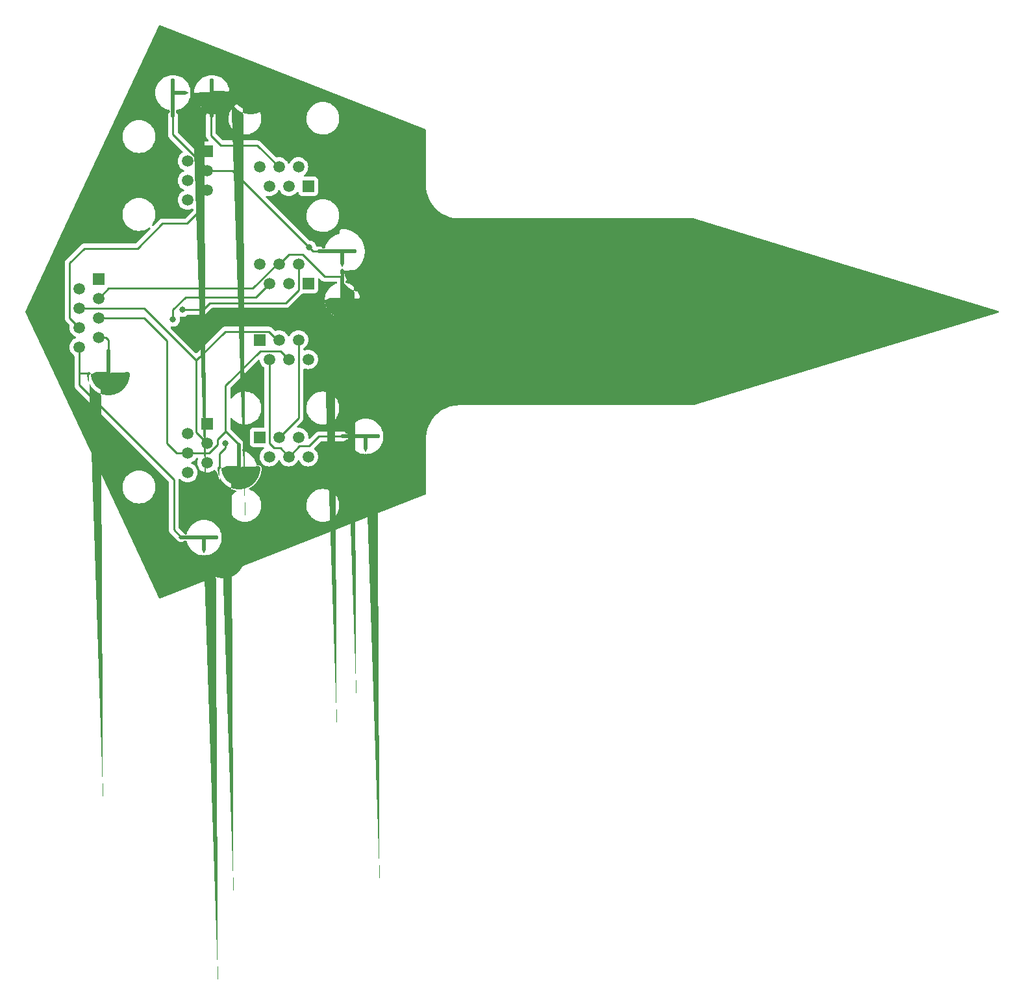
<source format=gtl>
%TF.GenerationSoftware,KiCad,Pcbnew,(6.0.5-22-g43b8adad1a)*%
%TF.CreationDate,2022-05-30T21:51:06-07:00*%
%TF.ProjectId,shadystake,73686164-7973-4746-916b-652e6b696361,rev?*%
%TF.SameCoordinates,Original*%
%TF.FileFunction,Copper,L1,Top*%
%TF.FilePolarity,Positive*%
%FSLAX46Y46*%
G04 Gerber Fmt 4.6, Leading zero omitted, Abs format (unit mm)*
G04 Created by KiCad (PCBNEW (6.0.5-22-g43b8adad1a)) date 2022-05-30 21:51:06*
%MOMM*%
%LPD*%
G01*
G04 APERTURE LIST*
G04 Aperture macros list*
%AMFreePoly0*
4,1,70,5.175671,0.230970,5.256777,0.176777,5.310970,0.095671,5.330000,0.000000,5.311135,-0.323899,5.254795,-0.643418,5.161742,-0.954236,5.033235,-1.252150,4.871011,-1.533130,4.677264,-1.793377,4.454614,-2.029372,4.206072,-2.237924,3.935000,-2.416211,3.645063,-2.561823,3.340181,-2.672791,3.024478,-2.747614,2.702224,-2.785280,2.377776,-2.785280,2.055522,-2.747614,1.739819,-2.672791,
1.434937,-2.561823,1.145000,-2.416211,0.873928,-2.237924,0.625386,-2.029372,0.402736,-1.793377,0.208989,-1.533130,0.046765,-1.252150,-0.081742,-0.954236,-0.174795,-0.643418,-0.231135,-0.323899,-0.250000,0.000000,-0.230970,0.095671,-0.176777,0.176777,-0.095671,0.230970,0.000000,0.250000,0.095671,0.230970,0.176777,0.176777,0.230970,0.095671,0.250000,0.000000,0.246560,-0.017294,
0.263565,-0.287581,0.317559,-0.570626,0.406602,-0.844672,0.529290,-1.105397,0.683688,-1.348690,0.867361,-1.570713,1.077413,-1.767964,1.310530,-1.937334,1.563037,-2.076151,1.830952,-2.182226,2.110048,-2.253886,2.395925,-2.290000,2.684075,-2.290000,2.969952,-2.253886,3.249048,-2.182226,3.516963,-2.076151,3.769470,-1.937334,4.002587,-1.767964,4.212639,-1.570713,4.396312,-1.348690,
4.550710,-1.105397,4.673398,-0.844672,4.762441,-0.570626,4.816435,-0.287581,4.818799,-0.250000,3.429000,-0.250000,2.921000,0.000000,3.429000,0.250000,5.080000,0.250000,5.175671,0.230970,5.175671,0.230970,$1*%
%AMFreePoly1*
4,1,24,0.095671,0.230970,0.176777,0.176777,0.230970,0.095671,0.250000,0.000000,0.250000,-4.699000,0.230970,-4.794671,0.176777,-4.875777,0.095671,-4.929970,0.000000,-4.949000,-0.095671,-4.929970,-0.176777,-4.875777,-0.230970,-4.794671,-0.250000,-4.699000,-0.250000,-3.298000,-1.651000,-3.298000,-2.159000,-3.048000,-1.651000,-2.798000,-0.250000,-2.798000,-0.250000,0.000000,-0.230970,0.095671,
-0.176777,0.176777,-0.095671,0.230970,0.000000,0.250000,0.095671,0.230970,0.095671,0.230970,$1*%
G04 Aperture macros list end*
%TA.AperFunction,ComponentPad*%
%ADD10R,1.500000X1.500000*%
%TD*%
%TA.AperFunction,ComponentPad*%
%ADD11C,1.500000*%
%TD*%
%TA.AperFunction,ComponentPad*%
%ADD12R,1.520000X1.520000*%
%TD*%
%TA.AperFunction,ComponentPad*%
%ADD13C,1.520000*%
%TD*%
%TA.AperFunction,SMDPad,CuDef*%
%ADD14FreePoly0,90.000000*%
%TD*%
%TA.AperFunction,SMDPad,CuDef*%
%ADD15FreePoly1,90.000000*%
%TD*%
%TA.AperFunction,SMDPad,CuDef*%
%ADD16FreePoly0,180.000000*%
%TD*%
%TA.AperFunction,SMDPad,CuDef*%
%ADD17FreePoly1,180.000000*%
%TD*%
%TA.AperFunction,SMDPad,CuDef*%
%ADD18FreePoly0,0.000000*%
%TD*%
%TA.AperFunction,SMDPad,CuDef*%
%ADD19FreePoly1,0.000000*%
%TD*%
%TA.AperFunction,ViaPad*%
%ADD20C,0.800000*%
%TD*%
%TA.AperFunction,Conductor*%
%ADD21C,0.381000*%
%TD*%
%TA.AperFunction,Conductor*%
%ADD22C,0.250000*%
%TD*%
G04 APERTURE END LIST*
D10*
X58400000Y-110017500D03*
D11*
X55860000Y-111287500D03*
X58400000Y-112557500D03*
X55860000Y-113827500D03*
X58400000Y-115097500D03*
X55860000Y-116367500D03*
X58400000Y-117637500D03*
X55860000Y-118907500D03*
D12*
X85720000Y-110640000D03*
D13*
X84450000Y-108100000D03*
X83180000Y-110640000D03*
X81910000Y-108100000D03*
X80640000Y-110640000D03*
X79370000Y-108100000D03*
D12*
X79380000Y-117960000D03*
D13*
X80650000Y-120500000D03*
X81920000Y-117960000D03*
X83190000Y-120500000D03*
X84460000Y-117960000D03*
X85730000Y-120500000D03*
D12*
X85720000Y-97940000D03*
D13*
X84450000Y-95400000D03*
X83180000Y-97940000D03*
X81910000Y-95400000D03*
X80640000Y-97940000D03*
X79370000Y-95400000D03*
D12*
X72540000Y-93350000D03*
D13*
X70000000Y-94620000D03*
X72540000Y-95890000D03*
X70000000Y-97160000D03*
X72540000Y-98430000D03*
X70000000Y-99700000D03*
D12*
X79380000Y-130660000D03*
D13*
X80650000Y-133200000D03*
X81920000Y-130660000D03*
X83190000Y-133200000D03*
X84460000Y-130660000D03*
X85730000Y-133200000D03*
X70000000Y-135260000D03*
X72540000Y-133990000D03*
X70000000Y-132720000D03*
X72540000Y-131450000D03*
X70000000Y-130180000D03*
D12*
X72540000Y-128910000D03*
D14*
X90170000Y-108966000D03*
D15*
X87122000Y-106426000D03*
D16*
X70612000Y-85725000D03*
D17*
X68072000Y-88773000D03*
D14*
X93218000Y-133096000D03*
D15*
X90170000Y-130556000D03*
D18*
X87630000Y-112776000D03*
D19*
X90170000Y-109728000D03*
D16*
X75692000Y-85725000D03*
D17*
X73152000Y-88773000D03*
D18*
X74168000Y-134681500D03*
D19*
X76708000Y-131633500D03*
D14*
X72136000Y-146304000D03*
D15*
X69088000Y-143764000D03*
D18*
X57150000Y-122428000D03*
D19*
X59690000Y-119380000D03*
D20*
X74930000Y-131450000D03*
X85852000Y-105918000D03*
X68076299Y-115320299D03*
X69342000Y-114046000D03*
X97790000Y-109220000D03*
X97790000Y-111760000D03*
X97790000Y-119380000D03*
X97790000Y-106680000D03*
X97790000Y-116840000D03*
X97790000Y-124460000D03*
X97790000Y-104140000D03*
X97790000Y-114300000D03*
X75946000Y-115062000D03*
X77724000Y-115062000D03*
X97790000Y-121920000D03*
D21*
X90170000Y-108966000D02*
X90170000Y-109728000D01*
D22*
X81656269Y-117960000D02*
X80571758Y-116875489D01*
X74168000Y-132842000D02*
X74168000Y-134681500D01*
X74930000Y-132080000D02*
X74168000Y-132842000D01*
X71120000Y-120650000D02*
X71120000Y-130030000D01*
X74930000Y-131450000D02*
X74930000Y-132080000D01*
X55860000Y-113827500D02*
X64297500Y-113827500D01*
X80571758Y-116875489D02*
X74894511Y-116875489D01*
X71120000Y-130030000D02*
X72540000Y-131450000D01*
X64297500Y-113827500D02*
X71120000Y-120650000D01*
X74894511Y-116875489D02*
X71120000Y-120650000D01*
X74930000Y-129921000D02*
X73914000Y-130937000D01*
X74930000Y-129855500D02*
X76773500Y-131699000D01*
X67310000Y-118110000D02*
X67310000Y-131445000D01*
X68585000Y-132720000D02*
X70000000Y-132720000D01*
X74930000Y-129855500D02*
X74930000Y-129921000D01*
X79466511Y-119415489D02*
X74930000Y-123952000D01*
X58400000Y-115097500D02*
X64297500Y-115097500D01*
X73914000Y-131609731D02*
X72803731Y-132720000D01*
X83190000Y-120500000D02*
X82105489Y-119415489D01*
X82105489Y-119415489D02*
X79466511Y-119415489D01*
X67310000Y-131445000D02*
X68585000Y-132720000D01*
X72803731Y-132720000D02*
X70000000Y-132720000D01*
X64297500Y-115097500D02*
X67310000Y-118110000D01*
X73914000Y-130937000D02*
X73914000Y-131609731D01*
X74930000Y-123952000D02*
X74930000Y-129855500D01*
X84460000Y-128120000D02*
X81920000Y-130660000D01*
X84460000Y-117960000D02*
X84460000Y-128120000D01*
X87122000Y-130556000D02*
X90170000Y-130556000D01*
X82070000Y-132080000D02*
X81280000Y-132080000D01*
X81280000Y-132080000D02*
X80650000Y-131450000D01*
X80650000Y-131450000D02*
X80650000Y-120500000D01*
X84564000Y-131826000D02*
X85852000Y-131826000D01*
X85852000Y-131826000D02*
X87122000Y-130556000D01*
X83190000Y-133200000D02*
X84564000Y-131826000D01*
X83190000Y-133200000D02*
X82070000Y-132080000D01*
X85852000Y-105918000D02*
X86360000Y-106426000D01*
X63445634Y-106045000D02*
X66711317Y-102779317D01*
X54610000Y-107950000D02*
X56515000Y-106045000D01*
X86360000Y-106426000D02*
X87122000Y-106426000D01*
X71374000Y-101346000D02*
X71374000Y-97056000D01*
X68072000Y-91158269D02*
X68072000Y-88773000D01*
X56515000Y-106045000D02*
X63445634Y-106045000D01*
X69940683Y-102779317D02*
X71374000Y-101346000D01*
X72540000Y-95890000D02*
X75824000Y-95890000D01*
X72540000Y-95626269D02*
X68072000Y-91158269D01*
X54610000Y-115117500D02*
X54610000Y-107950000D01*
X55860000Y-116367500D02*
X54610000Y-115117500D01*
X71374000Y-97056000D02*
X72540000Y-95890000D01*
X66711317Y-102779317D02*
X69940683Y-102779317D01*
X75824000Y-95890000D02*
X85852000Y-105918000D01*
X78494269Y-111252000D02*
X81646269Y-108100000D01*
X81910000Y-108100000D02*
X83203000Y-106807000D01*
X87884000Y-109728000D02*
X90170000Y-109728000D01*
X59705500Y-111252000D02*
X78494269Y-111252000D01*
X84963000Y-106807000D02*
X87884000Y-109728000D01*
X83203000Y-106807000D02*
X84963000Y-106807000D01*
X58400000Y-112557500D02*
X59705500Y-111252000D01*
X55860000Y-123864718D02*
X68199000Y-136203718D01*
X68076299Y-115320299D02*
X68072000Y-115316000D01*
X55860000Y-122321000D02*
X57043000Y-122321000D01*
X55860000Y-122321000D02*
X55860000Y-123864718D01*
X55860000Y-118907500D02*
X55860000Y-122321000D01*
X68072000Y-114046000D02*
X69723000Y-112395000D01*
X57043000Y-122321000D02*
X57150000Y-122428000D01*
X80640000Y-110640000D02*
X78885000Y-112395000D01*
X68199000Y-142740436D02*
X69155282Y-143696718D01*
X78885000Y-112395000D02*
X69723000Y-112395000D01*
X68072000Y-115316000D02*
X68072000Y-114046000D01*
X68199000Y-136203718D02*
X68199000Y-142740436D01*
X73025000Y-91313000D02*
X74295000Y-92583000D01*
X59690000Y-117983000D02*
X59690000Y-119380000D01*
X84450000Y-111511000D02*
X84450000Y-108100000D01*
X69342000Y-114046000D02*
X72009000Y-114046000D01*
X79093000Y-92583000D02*
X81910000Y-95400000D01*
X58400000Y-117637500D02*
X59344500Y-117637500D01*
X72009000Y-114046000D02*
X72898000Y-113157000D01*
X74295000Y-92583000D02*
X79093000Y-92583000D01*
X82804000Y-113157000D02*
X84450000Y-111511000D01*
X59344500Y-117637500D02*
X59690000Y-117983000D01*
X72898000Y-113157000D02*
X82804000Y-113157000D01*
X73025000Y-88773000D02*
X73025000Y-91313000D01*
%TA.AperFunction,Conductor*%
G36*
X66408939Y-76891273D02*
G01*
X101011572Y-90485164D01*
X101067662Y-90528690D01*
X101091500Y-90602439D01*
X101091500Y-97740633D01*
X101090000Y-97760018D01*
X101087690Y-97774851D01*
X101087690Y-97774855D01*
X101086309Y-97783724D01*
X101087130Y-97790000D01*
X101086887Y-97790000D01*
X101092847Y-97918912D01*
X101104291Y-98166429D01*
X101105329Y-98188887D01*
X101105729Y-98191754D01*
X101158727Y-98571685D01*
X101160496Y-98584370D01*
X101174905Y-98645634D01*
X101247407Y-98953891D01*
X101251919Y-98973076D01*
X101378817Y-99351689D01*
X101379996Y-99354359D01*
X101534089Y-99703345D01*
X101540108Y-99716977D01*
X101541515Y-99719504D01*
X101541520Y-99719513D01*
X101697268Y-99999135D01*
X101734415Y-100065826D01*
X101960081Y-100395258D01*
X101961929Y-100397484D01*
X101961937Y-100397494D01*
X102213324Y-100700226D01*
X102215181Y-100702462D01*
X102497538Y-100984819D01*
X102499771Y-100986673D01*
X102499774Y-100986676D01*
X102802506Y-101238063D01*
X102802516Y-101238071D01*
X102804742Y-101239919D01*
X103134174Y-101465585D01*
X103136710Y-101466998D01*
X103136714Y-101467000D01*
X103480487Y-101658480D01*
X103480496Y-101658485D01*
X103483023Y-101659892D01*
X103485674Y-101661063D01*
X103485683Y-101661067D01*
X103715740Y-101762647D01*
X103848311Y-101821183D01*
X104226924Y-101948081D01*
X104229757Y-101948747D01*
X104229763Y-101948749D01*
X104402475Y-101989370D01*
X104615630Y-102039504D01*
X104618515Y-102039906D01*
X104618518Y-102039907D01*
X104681884Y-102048746D01*
X105011113Y-102094671D01*
X105013997Y-102094804D01*
X105014004Y-102094805D01*
X105381305Y-102111786D01*
X105387783Y-102112478D01*
X105387796Y-102112333D01*
X105392647Y-102112768D01*
X105397448Y-102113576D01*
X105403886Y-102113654D01*
X105405140Y-102113670D01*
X105405143Y-102113670D01*
X105410000Y-102113729D01*
X105437624Y-102109773D01*
X105455486Y-102108500D01*
X135795974Y-102108500D01*
X135832514Y-102113915D01*
X153853037Y-107574679D01*
X175648666Y-114179415D01*
X175708058Y-114218313D01*
X175736993Y-114283146D01*
X175726282Y-114353330D01*
X175679328Y-114406582D01*
X175648666Y-114420585D01*
X159894083Y-119194701D01*
X136012419Y-126431569D01*
X135832516Y-126486085D01*
X135795975Y-126491500D01*
X105463250Y-126491500D01*
X105442345Y-126489754D01*
X105427344Y-126487230D01*
X105427341Y-126487230D01*
X105422552Y-126486424D01*
X105416579Y-126486351D01*
X105414869Y-126486330D01*
X105414864Y-126486330D01*
X105410000Y-126486271D01*
X105405182Y-126486961D01*
X105400321Y-126487278D01*
X105400316Y-126487203D01*
X105397598Y-126487461D01*
X105310230Y-126491500D01*
X105014004Y-126505195D01*
X105013997Y-126505196D01*
X105011113Y-126505329D01*
X104876137Y-126524157D01*
X104618518Y-126560093D01*
X104618515Y-126560094D01*
X104615630Y-126560496D01*
X104402475Y-126610630D01*
X104229763Y-126651251D01*
X104229757Y-126651253D01*
X104226924Y-126651919D01*
X103848311Y-126778817D01*
X103845641Y-126779996D01*
X103485683Y-126938933D01*
X103485674Y-126938937D01*
X103483023Y-126940108D01*
X103480496Y-126941515D01*
X103480487Y-126941520D01*
X103136714Y-127133000D01*
X103134174Y-127134415D01*
X102804742Y-127360081D01*
X102802516Y-127361929D01*
X102802506Y-127361937D01*
X102499774Y-127613324D01*
X102497538Y-127615181D01*
X102215181Y-127897538D01*
X102213327Y-127899771D01*
X102213324Y-127899774D01*
X101961937Y-128202506D01*
X101961929Y-128202516D01*
X101960081Y-128204742D01*
X101734415Y-128534174D01*
X101733002Y-128536710D01*
X101733000Y-128536714D01*
X101541520Y-128880487D01*
X101541515Y-128880496D01*
X101540108Y-128883023D01*
X101538937Y-128885674D01*
X101538933Y-128885683D01*
X101429596Y-129133307D01*
X101378817Y-129248311D01*
X101251919Y-129626924D01*
X101251253Y-129629757D01*
X101251251Y-129629763D01*
X101213638Y-129789684D01*
X101160496Y-130015630D01*
X101160094Y-130018515D01*
X101160093Y-130018518D01*
X101131362Y-130224490D01*
X101105329Y-130411113D01*
X101105196Y-130413997D01*
X101105195Y-130414004D01*
X101087859Y-130788978D01*
X101087739Y-130790170D01*
X101087704Y-130791385D01*
X101087731Y-130791532D01*
X101087727Y-130791829D01*
X101087544Y-130795794D01*
X101086309Y-130803724D01*
X101086950Y-130808629D01*
X101086887Y-130810000D01*
X101087130Y-130810000D01*
X101089438Y-130827648D01*
X101090436Y-130835283D01*
X101091500Y-130851620D01*
X101091500Y-137997560D01*
X101071498Y-138065681D01*
X101011572Y-138114835D01*
X66408939Y-151708727D01*
X66338222Y-151715018D01*
X66275329Y-151682078D01*
X66248688Y-151644736D01*
X63636969Y-146048194D01*
X59551808Y-137294277D01*
X61515735Y-137294277D01*
X61553705Y-137582687D01*
X61630465Y-137863276D01*
X61632149Y-137867224D01*
X61732508Y-138102511D01*
X61744596Y-138130852D01*
X61893985Y-138380462D01*
X61896669Y-138383813D01*
X61896671Y-138383815D01*
X61911322Y-138402102D01*
X62075867Y-138607489D01*
X62286878Y-138807731D01*
X62523113Y-138977483D01*
X62780200Y-139113603D01*
X62784223Y-139115075D01*
X62784227Y-139115077D01*
X63049351Y-139212099D01*
X63053382Y-139213574D01*
X63337604Y-139275544D01*
X63366650Y-139277830D01*
X63563297Y-139293307D01*
X63563304Y-139293307D01*
X63565753Y-139293500D01*
X63723121Y-139293500D01*
X63725257Y-139293354D01*
X63725268Y-139293354D01*
X63935949Y-139278991D01*
X63935955Y-139278990D01*
X63940226Y-139278699D01*
X63944421Y-139277830D01*
X63944423Y-139277830D01*
X64082654Y-139249204D01*
X64225081Y-139219709D01*
X64499295Y-139122605D01*
X64757793Y-138989184D01*
X64761294Y-138986723D01*
X64761298Y-138986721D01*
X64886184Y-138898949D01*
X64995792Y-138821915D01*
X65114022Y-138712049D01*
X65205745Y-138626815D01*
X65205748Y-138626812D01*
X65208888Y-138623894D01*
X65219895Y-138610447D01*
X65390423Y-138402102D01*
X65393139Y-138398784D01*
X65545133Y-138150752D01*
X65553869Y-138130852D01*
X65660334Y-137888315D01*
X65662059Y-137884386D01*
X65668073Y-137863276D01*
X65728128Y-137652450D01*
X65741754Y-137604616D01*
X65742639Y-137598402D01*
X65782137Y-137320870D01*
X65782742Y-137316619D01*
X65784265Y-137025723D01*
X65746295Y-136737313D01*
X65669535Y-136456724D01*
X65594423Y-136280626D01*
X65557090Y-136193100D01*
X65557088Y-136193096D01*
X65555404Y-136189148D01*
X65406015Y-135939538D01*
X65391337Y-135921216D01*
X65316093Y-135827297D01*
X65224133Y-135712511D01*
X65013122Y-135512269D01*
X64776887Y-135342517D01*
X64631379Y-135265475D01*
X64523587Y-135208402D01*
X64523586Y-135208401D01*
X64519800Y-135206397D01*
X64515777Y-135204925D01*
X64515773Y-135204923D01*
X64250649Y-135107901D01*
X64250647Y-135107900D01*
X64246618Y-135106426D01*
X63962396Y-135044456D01*
X63891624Y-135038886D01*
X63736703Y-135026693D01*
X63736696Y-135026693D01*
X63734247Y-135026500D01*
X63576879Y-135026500D01*
X63574743Y-135026646D01*
X63574732Y-135026646D01*
X63364051Y-135041009D01*
X63364045Y-135041010D01*
X63359774Y-135041301D01*
X63355579Y-135042170D01*
X63355577Y-135042170D01*
X63340130Y-135045369D01*
X63074919Y-135100291D01*
X62839055Y-135183814D01*
X62827304Y-135187976D01*
X62800705Y-135197395D01*
X62796896Y-135199361D01*
X62676119Y-135261699D01*
X62542207Y-135330816D01*
X62538706Y-135333277D01*
X62538702Y-135333279D01*
X62514380Y-135350373D01*
X62304208Y-135498085D01*
X62301067Y-135501004D01*
X62097468Y-135690200D01*
X62091112Y-135696106D01*
X62088398Y-135699422D01*
X62088395Y-135699425D01*
X62074936Y-135715869D01*
X61906861Y-135921216D01*
X61754867Y-136169248D01*
X61753148Y-136173165D01*
X61753146Y-136173168D01*
X61705976Y-136280626D01*
X61637941Y-136435614D01*
X61636765Y-136439742D01*
X61636764Y-136439745D01*
X61622013Y-136491529D01*
X61558246Y-136715384D01*
X61557642Y-136719626D01*
X61557641Y-136719632D01*
X61544226Y-136813895D01*
X61517258Y-137003381D01*
X61515735Y-137294277D01*
X59551808Y-137294277D01*
X51611292Y-120278886D01*
X48846011Y-114353284D01*
X48835329Y-114283095D01*
X48846011Y-114246716D01*
X51793838Y-107929943D01*
X53971780Y-107929943D01*
X53972526Y-107937835D01*
X53975941Y-107973961D01*
X53976500Y-107985819D01*
X53976500Y-115038733D01*
X53975973Y-115049916D01*
X53974298Y-115057409D01*
X53974547Y-115065335D01*
X53974547Y-115065336D01*
X53976438Y-115125486D01*
X53976500Y-115129445D01*
X53976500Y-115157356D01*
X53976997Y-115161290D01*
X53976997Y-115161291D01*
X53977005Y-115161356D01*
X53977938Y-115173193D01*
X53979327Y-115217389D01*
X53984978Y-115236839D01*
X53988987Y-115256200D01*
X53991526Y-115276297D01*
X53994445Y-115283668D01*
X53994445Y-115283670D01*
X54007804Y-115317412D01*
X54011649Y-115328642D01*
X54023982Y-115371093D01*
X54028015Y-115377912D01*
X54028017Y-115377917D01*
X54034293Y-115388528D01*
X54042988Y-115406276D01*
X54050448Y-115425117D01*
X54055110Y-115431533D01*
X54055110Y-115431534D01*
X54076436Y-115460887D01*
X54082952Y-115470807D01*
X54105458Y-115508862D01*
X54119779Y-115523183D01*
X54132619Y-115538216D01*
X54144528Y-115554607D01*
X54150632Y-115559657D01*
X54150637Y-115559662D01*
X54178598Y-115582793D01*
X54187379Y-115590783D01*
X54591673Y-115995078D01*
X54625698Y-116057390D01*
X54624284Y-116116784D01*
X54615885Y-116148129D01*
X54596693Y-116367500D01*
X54615885Y-116586871D01*
X54672880Y-116799576D01*
X54716415Y-116892938D01*
X54763618Y-116994166D01*
X54763621Y-116994171D01*
X54765944Y-116999153D01*
X54769100Y-117003660D01*
X54769101Y-117003662D01*
X54881490Y-117164169D01*
X54892251Y-117179538D01*
X55047962Y-117335249D01*
X55228346Y-117461556D01*
X55233328Y-117463879D01*
X55233333Y-117463882D01*
X55360768Y-117523305D01*
X55414053Y-117570222D01*
X55433514Y-117638499D01*
X55412972Y-117706459D01*
X55360768Y-117751695D01*
X55233334Y-117811118D01*
X55233329Y-117811121D01*
X55228347Y-117813444D01*
X55223840Y-117816600D01*
X55223838Y-117816601D01*
X55052473Y-117936592D01*
X55052470Y-117936594D01*
X55047962Y-117939751D01*
X54892251Y-118095462D01*
X54889094Y-118099970D01*
X54889092Y-118099973D01*
X54791143Y-118239859D01*
X54765944Y-118275847D01*
X54763621Y-118280829D01*
X54763618Y-118280834D01*
X54738128Y-118335499D01*
X54672880Y-118475424D01*
X54615885Y-118688129D01*
X54596693Y-118907500D01*
X54615885Y-119126871D01*
X54672880Y-119339576D01*
X54708469Y-119415897D01*
X54763618Y-119534166D01*
X54763621Y-119534171D01*
X54765944Y-119539153D01*
X54769100Y-119543660D01*
X54769101Y-119543662D01*
X54869900Y-119687617D01*
X54892251Y-119719538D01*
X55047962Y-119875249D01*
X55052470Y-119878406D01*
X55052473Y-119878408D01*
X55058373Y-119882539D01*
X55172772Y-119962642D01*
X55217099Y-120018098D01*
X55226500Y-120065854D01*
X55226500Y-122249207D01*
X55224268Y-122272816D01*
X55222725Y-122280906D01*
X55223223Y-122288817D01*
X55226251Y-122336951D01*
X55226500Y-122344862D01*
X55226500Y-123785951D01*
X55225973Y-123797134D01*
X55224298Y-123804627D01*
X55224547Y-123812553D01*
X55224547Y-123812554D01*
X55226438Y-123872704D01*
X55226500Y-123876663D01*
X55226500Y-123904574D01*
X55226997Y-123908508D01*
X55226997Y-123908509D01*
X55227005Y-123908574D01*
X55227938Y-123920411D01*
X55229327Y-123964607D01*
X55232626Y-123975961D01*
X55234978Y-123984057D01*
X55238987Y-124003418D01*
X55241526Y-124023515D01*
X55244445Y-124030886D01*
X55244445Y-124030888D01*
X55257804Y-124064630D01*
X55261649Y-124075860D01*
X55273982Y-124118311D01*
X55278015Y-124125130D01*
X55278017Y-124125135D01*
X55284293Y-124135746D01*
X55292988Y-124153494D01*
X55300448Y-124172335D01*
X55305110Y-124178751D01*
X55305110Y-124178752D01*
X55326436Y-124208105D01*
X55332952Y-124218025D01*
X55355458Y-124256080D01*
X55369779Y-124270401D01*
X55382619Y-124285434D01*
X55394528Y-124301825D01*
X55428605Y-124330016D01*
X55437384Y-124338006D01*
X67528595Y-136429217D01*
X67562621Y-136491529D01*
X67565500Y-136518312D01*
X67565500Y-142661669D01*
X67564973Y-142672852D01*
X67563298Y-142680345D01*
X67563547Y-142688271D01*
X67563547Y-142688272D01*
X67565438Y-142748422D01*
X67565500Y-142752381D01*
X67565500Y-142780292D01*
X67565997Y-142784226D01*
X67565997Y-142784227D01*
X67566005Y-142784292D01*
X67566938Y-142796129D01*
X67568327Y-142840325D01*
X67573978Y-142859775D01*
X67577987Y-142879136D01*
X67580526Y-142899233D01*
X67583445Y-142906604D01*
X67583445Y-142906606D01*
X67596804Y-142940348D01*
X67600649Y-142951578D01*
X67612982Y-142994029D01*
X67617015Y-143000848D01*
X67617017Y-143000853D01*
X67623293Y-143011464D01*
X67631988Y-143029212D01*
X67639448Y-143048053D01*
X67644110Y-143054469D01*
X67644110Y-143054470D01*
X67665436Y-143083823D01*
X67671952Y-143093743D01*
X67694458Y-143131798D01*
X67708779Y-143146119D01*
X67721619Y-143161152D01*
X67733528Y-143177543D01*
X67739632Y-143182593D01*
X67739637Y-143182598D01*
X67767598Y-143205729D01*
X67776379Y-143213719D01*
X68735512Y-144172853D01*
X68830241Y-144246332D01*
X68977137Y-144309899D01*
X69135225Y-144334938D01*
X69143117Y-144334192D01*
X69286686Y-144320621D01*
X69286689Y-144320620D01*
X69294574Y-144319875D01*
X69302028Y-144317192D01*
X69302030Y-144317191D01*
X69437711Y-144268343D01*
X69437713Y-144268342D01*
X69445171Y-144265657D01*
X69577553Y-144175690D01*
X69578749Y-144174333D01*
X69640611Y-144145439D01*
X69659610Y-144143998D01*
X69764446Y-144143998D01*
X69832567Y-144164000D01*
X69879060Y-144217656D01*
X69888025Y-144245416D01*
X69910862Y-144360224D01*
X70007722Y-144645562D01*
X70140996Y-144915816D01*
X70308406Y-145166362D01*
X70507086Y-145392914D01*
X70733638Y-145591594D01*
X70984184Y-145759004D01*
X70987883Y-145760828D01*
X70987888Y-145760831D01*
X71250743Y-145890456D01*
X71254438Y-145892278D01*
X71258336Y-145893601D01*
X71258338Y-145893602D01*
X71535866Y-145987811D01*
X71535870Y-145987812D01*
X71539776Y-145989138D01*
X71543820Y-145989942D01*
X71543826Y-145989944D01*
X71831273Y-146047120D01*
X71831276Y-146047120D01*
X71835316Y-146047924D01*
X71839427Y-146048193D01*
X71839431Y-146048194D01*
X72131881Y-146067362D01*
X72136000Y-146067632D01*
X72140119Y-146067362D01*
X72432569Y-146048194D01*
X72432573Y-146048193D01*
X72436684Y-146047924D01*
X72440724Y-146047120D01*
X72440727Y-146047120D01*
X72728174Y-145989944D01*
X72728180Y-145989942D01*
X72732224Y-145989138D01*
X72736130Y-145987812D01*
X72736134Y-145987811D01*
X73013662Y-145893602D01*
X73013664Y-145893601D01*
X73017562Y-145892278D01*
X73021257Y-145890456D01*
X73284112Y-145760831D01*
X73284117Y-145760828D01*
X73287816Y-145759004D01*
X73538362Y-145591594D01*
X73764914Y-145392914D01*
X73963594Y-145166362D01*
X74131004Y-144915816D01*
X74264278Y-144645562D01*
X74361138Y-144360224D01*
X74366415Y-144333698D01*
X74419120Y-144068727D01*
X74419120Y-144068724D01*
X74419924Y-144064684D01*
X74439632Y-143764000D01*
X74419924Y-143463316D01*
X74399281Y-143359534D01*
X74361944Y-143171826D01*
X74361942Y-143171820D01*
X74361138Y-143167776D01*
X74356168Y-143153133D01*
X74265602Y-142886338D01*
X74265601Y-142886336D01*
X74264278Y-142882438D01*
X74221718Y-142796135D01*
X74132831Y-142615888D01*
X74132828Y-142615883D01*
X74131004Y-142612184D01*
X73963594Y-142361638D01*
X73764914Y-142135086D01*
X73538362Y-141936406D01*
X73287816Y-141768996D01*
X73284117Y-141767172D01*
X73284112Y-141767169D01*
X73021257Y-141637544D01*
X73021255Y-141637543D01*
X73017562Y-141635722D01*
X72940931Y-141609709D01*
X72736134Y-141540189D01*
X72736130Y-141540188D01*
X72732224Y-141538862D01*
X72728180Y-141538058D01*
X72728174Y-141538056D01*
X72440727Y-141480880D01*
X72440724Y-141480880D01*
X72436684Y-141480076D01*
X72432573Y-141479807D01*
X72432569Y-141479806D01*
X72140119Y-141460638D01*
X72136000Y-141460368D01*
X72131881Y-141460638D01*
X71839431Y-141479806D01*
X71839427Y-141479807D01*
X71835316Y-141480076D01*
X71831276Y-141480880D01*
X71831273Y-141480880D01*
X71543826Y-141538056D01*
X71543820Y-141538058D01*
X71539776Y-141538862D01*
X71535870Y-141540188D01*
X71535866Y-141540189D01*
X71331069Y-141609709D01*
X71254438Y-141635722D01*
X71250745Y-141637543D01*
X71250743Y-141637544D01*
X70987888Y-141767169D01*
X70987883Y-141767172D01*
X70984184Y-141768996D01*
X70733638Y-141936406D01*
X70507086Y-142135086D01*
X70308406Y-142361638D01*
X70140996Y-142612184D01*
X70139172Y-142615883D01*
X70139169Y-142615888D01*
X70050282Y-142796135D01*
X70007722Y-142882438D01*
X70006399Y-142886336D01*
X70006398Y-142886338D01*
X69915833Y-143153133D01*
X69910862Y-143167776D01*
X69910058Y-143171820D01*
X69910056Y-143171826D01*
X69891465Y-143265292D01*
X69858558Y-143328202D01*
X69796863Y-143363334D01*
X69725968Y-143359534D01*
X69668328Y-143317939D01*
X69663856Y-143312175D01*
X69659824Y-143305356D01*
X69294816Y-142940348D01*
X68869404Y-142514935D01*
X68835379Y-142452623D01*
X68832500Y-142425840D01*
X68832500Y-136282485D01*
X68833027Y-136271302D01*
X68834702Y-136263809D01*
X68833910Y-136238598D01*
X68832562Y-136195732D01*
X68832500Y-136191773D01*
X68832500Y-136190619D01*
X68852502Y-136122498D01*
X68906158Y-136076005D01*
X68976432Y-136065901D01*
X69041012Y-136095395D01*
X69047595Y-136101524D01*
X69181510Y-136235439D01*
X69186018Y-136238596D01*
X69186021Y-136238598D01*
X69248330Y-136282227D01*
X69363327Y-136362749D01*
X69368309Y-136365072D01*
X69368314Y-136365075D01*
X69511160Y-136431685D01*
X69564490Y-136456553D01*
X69569798Y-136457975D01*
X69569800Y-136457976D01*
X69773571Y-136512576D01*
X69773573Y-136512576D01*
X69778886Y-136514000D01*
X70000000Y-136533345D01*
X70221114Y-136514000D01*
X70226427Y-136512576D01*
X70226429Y-136512576D01*
X70430200Y-136457976D01*
X70430202Y-136457975D01*
X70435510Y-136456553D01*
X70488840Y-136431685D01*
X70631686Y-136365075D01*
X70631691Y-136365072D01*
X70636673Y-136362749D01*
X70751670Y-136282227D01*
X70813979Y-136238598D01*
X70813982Y-136238596D01*
X70818490Y-136235439D01*
X70975439Y-136078490D01*
X70998945Y-136044921D01*
X71099592Y-135901181D01*
X71099593Y-135901179D01*
X71102749Y-135896672D01*
X71105072Y-135891690D01*
X71105075Y-135891685D01*
X71194230Y-135700492D01*
X71194231Y-135700490D01*
X71196553Y-135695510D01*
X71202618Y-135672877D01*
X71252576Y-135486429D01*
X71252576Y-135486427D01*
X71254000Y-135481114D01*
X71273345Y-135260000D01*
X71254000Y-135038886D01*
X71247200Y-135013507D01*
X71197976Y-134829800D01*
X71197975Y-134829798D01*
X71196553Y-134824490D01*
X71133964Y-134690268D01*
X71105075Y-134628315D01*
X71105072Y-134628310D01*
X71102749Y-134623328D01*
X71053417Y-134552874D01*
X70978598Y-134446021D01*
X70978596Y-134446018D01*
X70975439Y-134441510D01*
X70818490Y-134284561D01*
X70813982Y-134281404D01*
X70813979Y-134281402D01*
X70705771Y-134205634D01*
X70636673Y-134157251D01*
X70631691Y-134154928D01*
X70631686Y-134154925D01*
X70522894Y-134104195D01*
X70469609Y-134057278D01*
X70450148Y-133989000D01*
X70470690Y-133921041D01*
X70522894Y-133875805D01*
X70631686Y-133825075D01*
X70631691Y-133825072D01*
X70636673Y-133822749D01*
X70738313Y-133751580D01*
X70813979Y-133698598D01*
X70813982Y-133698596D01*
X70818490Y-133695439D01*
X70975439Y-133538490D01*
X70979012Y-133533388D01*
X71067349Y-133407229D01*
X71122806Y-133362901D01*
X71170562Y-133353500D01*
X71239390Y-133353500D01*
X71307511Y-133373502D01*
X71354004Y-133427158D01*
X71364108Y-133497432D01*
X71353585Y-133532750D01*
X71343447Y-133554490D01*
X71342025Y-133559798D01*
X71342024Y-133559800D01*
X71298323Y-133722894D01*
X71286000Y-133768886D01*
X71266655Y-133990000D01*
X71286000Y-134211114D01*
X71287424Y-134216427D01*
X71287424Y-134216429D01*
X71335066Y-134394230D01*
X71343447Y-134425510D01*
X71345769Y-134430490D01*
X71345770Y-134430492D01*
X71434925Y-134621685D01*
X71434928Y-134621690D01*
X71437251Y-134626672D01*
X71440407Y-134631179D01*
X71440408Y-134631181D01*
X71454928Y-134651917D01*
X71564561Y-134808490D01*
X71721510Y-134965439D01*
X71726018Y-134968596D01*
X71726021Y-134968598D01*
X71764484Y-134995530D01*
X71903327Y-135092749D01*
X71908309Y-135095072D01*
X71908314Y-135095075D01*
X71969611Y-135123658D01*
X72104490Y-135186553D01*
X72109798Y-135187975D01*
X72109800Y-135187976D01*
X72313571Y-135242576D01*
X72313573Y-135242576D01*
X72318886Y-135244000D01*
X72540000Y-135263345D01*
X72761114Y-135244000D01*
X72766427Y-135242576D01*
X72766429Y-135242576D01*
X72970200Y-135187976D01*
X72970202Y-135187975D01*
X72975510Y-135186553D01*
X73110389Y-135123658D01*
X73171686Y-135095075D01*
X73171691Y-135095072D01*
X73176673Y-135092749D01*
X73315516Y-134995530D01*
X73353979Y-134968598D01*
X73353982Y-134968596D01*
X73358490Y-134965439D01*
X73395202Y-134928727D01*
X73457514Y-134894701D01*
X73528329Y-134899766D01*
X73585165Y-134942313D01*
X73601450Y-134971442D01*
X73605529Y-134981746D01*
X73605531Y-134981750D01*
X73608448Y-134989117D01*
X73613106Y-134995528D01*
X73613107Y-134995530D01*
X73635764Y-135026714D01*
X73702528Y-135118607D01*
X73708634Y-135123658D01*
X73804378Y-135202865D01*
X73844116Y-135261699D01*
X73848148Y-135278071D01*
X73860581Y-135348583D01*
X73864067Y-135363293D01*
X73957278Y-135674637D01*
X73962449Y-135688842D01*
X74091174Y-135987261D01*
X74097958Y-136000771D01*
X74260457Y-136282227D01*
X74268764Y-136294857D01*
X74462839Y-136555546D01*
X74472557Y-136567127D01*
X74695584Y-136803521D01*
X74706580Y-136813895D01*
X74707977Y-136815067D01*
X74953964Y-137021475D01*
X74955543Y-137022800D01*
X74967669Y-137031828D01*
X75239201Y-137210417D01*
X75252293Y-137217975D01*
X75542722Y-137363834D01*
X75556603Y-137369822D01*
X75558337Y-137370453D01*
X75860272Y-137480349D01*
X75860281Y-137480352D01*
X75862001Y-137480978D01*
X75863749Y-137481501D01*
X75863760Y-137481505D01*
X75870265Y-137483452D01*
X75876483Y-137485314D01*
X76002931Y-137515283D01*
X76190943Y-137559843D01*
X76190956Y-137559846D01*
X76192721Y-137560264D01*
X76194522Y-137560581D01*
X76194529Y-137560583D01*
X76198939Y-137561360D01*
X76207609Y-137562889D01*
X76208611Y-137563006D01*
X76273035Y-137592627D01*
X76311267Y-137652450D01*
X76311086Y-137723446D01*
X76272551Y-137783075D01*
X76262732Y-137790728D01*
X76127713Y-137885621D01*
X76127712Y-137885622D01*
X76124208Y-137888085D01*
X75911112Y-138086106D01*
X75908398Y-138089422D01*
X75908395Y-138089425D01*
X75855212Y-138154402D01*
X75726861Y-138311216D01*
X75574867Y-138559248D01*
X75573148Y-138563165D01*
X75573146Y-138563168D01*
X75545207Y-138626815D01*
X75457941Y-138825614D01*
X75456765Y-138829742D01*
X75456764Y-138829745D01*
X75437051Y-138898949D01*
X75378246Y-139105384D01*
X75377642Y-139109626D01*
X75377641Y-139109632D01*
X75351494Y-139293354D01*
X75337258Y-139393381D01*
X75335735Y-139684277D01*
X75373705Y-139972687D01*
X75450465Y-140253276D01*
X75564596Y-140520852D01*
X75713985Y-140770462D01*
X75716669Y-140773813D01*
X75716671Y-140773815D01*
X75731322Y-140792102D01*
X75895867Y-140997489D01*
X76106878Y-141197731D01*
X76343113Y-141367483D01*
X76368924Y-141381149D01*
X76557284Y-141480880D01*
X76600200Y-141503603D01*
X76604223Y-141505075D01*
X76604227Y-141505077D01*
X76700175Y-141540189D01*
X76873382Y-141603574D01*
X77157604Y-141665544D01*
X77186650Y-141667830D01*
X77383297Y-141683307D01*
X77383304Y-141683307D01*
X77385753Y-141683500D01*
X77543121Y-141683500D01*
X77545257Y-141683354D01*
X77545268Y-141683354D01*
X77755949Y-141668991D01*
X77755955Y-141668990D01*
X77760226Y-141668699D01*
X77764421Y-141667830D01*
X77764423Y-141667830D01*
X77925861Y-141634398D01*
X78045081Y-141609709D01*
X78319295Y-141512605D01*
X78577793Y-141379184D01*
X78581294Y-141376723D01*
X78581298Y-141376721D01*
X78696793Y-141295549D01*
X78815792Y-141211915D01*
X79028888Y-141013894D01*
X79039895Y-141000447D01*
X79210423Y-140792102D01*
X79213139Y-140788784D01*
X79365133Y-140540752D01*
X79373869Y-140520852D01*
X79480334Y-140278315D01*
X79482059Y-140274386D01*
X79488073Y-140253276D01*
X79507782Y-140184087D01*
X79561754Y-139994616D01*
X79564286Y-139976829D01*
X79602137Y-139710870D01*
X79602742Y-139706619D01*
X79602859Y-139684277D01*
X85495735Y-139684277D01*
X85533705Y-139972687D01*
X85610465Y-140253276D01*
X85724596Y-140520852D01*
X85873985Y-140770462D01*
X85876669Y-140773813D01*
X85876671Y-140773815D01*
X85891322Y-140792102D01*
X86055867Y-140997489D01*
X86266878Y-141197731D01*
X86503113Y-141367483D01*
X86528924Y-141381149D01*
X86717284Y-141480880D01*
X86760200Y-141503603D01*
X86764223Y-141505075D01*
X86764227Y-141505077D01*
X86860175Y-141540189D01*
X87033382Y-141603574D01*
X87317604Y-141665544D01*
X87346650Y-141667830D01*
X87543297Y-141683307D01*
X87543304Y-141683307D01*
X87545753Y-141683500D01*
X87703121Y-141683500D01*
X87705257Y-141683354D01*
X87705268Y-141683354D01*
X87915949Y-141668991D01*
X87915955Y-141668990D01*
X87920226Y-141668699D01*
X87924421Y-141667830D01*
X87924423Y-141667830D01*
X88085861Y-141634398D01*
X88205081Y-141609709D01*
X88479295Y-141512605D01*
X88737793Y-141379184D01*
X88741294Y-141376723D01*
X88741298Y-141376721D01*
X88856793Y-141295549D01*
X88975792Y-141211915D01*
X89188888Y-141013894D01*
X89199895Y-141000447D01*
X89370423Y-140792102D01*
X89373139Y-140788784D01*
X89525133Y-140540752D01*
X89533869Y-140520852D01*
X89640334Y-140278315D01*
X89642059Y-140274386D01*
X89648073Y-140253276D01*
X89667782Y-140184087D01*
X89721754Y-139994616D01*
X89724286Y-139976829D01*
X89762137Y-139710870D01*
X89762742Y-139706619D01*
X89764265Y-139415723D01*
X89726295Y-139127313D01*
X89649535Y-138846724D01*
X89592091Y-138712049D01*
X89537090Y-138583100D01*
X89537088Y-138583096D01*
X89535404Y-138579148D01*
X89386015Y-138329538D01*
X89371337Y-138311216D01*
X89242781Y-138150752D01*
X89204133Y-138102511D01*
X88993122Y-137902269D01*
X88756887Y-137732517D01*
X88499800Y-137596397D01*
X88495777Y-137594925D01*
X88495773Y-137594923D01*
X88230649Y-137497901D01*
X88230647Y-137497900D01*
X88226618Y-137496426D01*
X87942396Y-137434456D01*
X87859693Y-137427947D01*
X87716703Y-137416693D01*
X87716696Y-137416693D01*
X87714247Y-137416500D01*
X87556879Y-137416500D01*
X87554743Y-137416646D01*
X87554732Y-137416646D01*
X87344051Y-137431009D01*
X87344045Y-137431010D01*
X87339774Y-137431301D01*
X87335579Y-137432170D01*
X87335577Y-137432170D01*
X87320130Y-137435369D01*
X87054919Y-137490291D01*
X86780705Y-137587395D01*
X86522207Y-137720816D01*
X86518706Y-137723277D01*
X86518702Y-137723279D01*
X86403208Y-137804450D01*
X86284208Y-137888085D01*
X86071112Y-138086106D01*
X86068398Y-138089422D01*
X86068395Y-138089425D01*
X86015212Y-138154402D01*
X85886861Y-138311216D01*
X85734867Y-138559248D01*
X85733148Y-138563165D01*
X85733146Y-138563168D01*
X85705207Y-138626815D01*
X85617941Y-138825614D01*
X85616765Y-138829742D01*
X85616764Y-138829745D01*
X85597051Y-138898949D01*
X85538246Y-139105384D01*
X85537642Y-139109626D01*
X85537641Y-139109632D01*
X85511494Y-139293354D01*
X85497258Y-139393381D01*
X85495735Y-139684277D01*
X79602859Y-139684277D01*
X79604265Y-139415723D01*
X79566295Y-139127313D01*
X79489535Y-138846724D01*
X79432091Y-138712049D01*
X79377090Y-138583100D01*
X79377088Y-138583096D01*
X79375404Y-138579148D01*
X79226015Y-138329538D01*
X79211337Y-138311216D01*
X79082781Y-138150752D01*
X79044133Y-138102511D01*
X78833122Y-137902269D01*
X78596887Y-137732517D01*
X78339800Y-137596397D01*
X78335777Y-137594925D01*
X78335773Y-137594923D01*
X78075702Y-137499750D01*
X78018604Y-137457555D01*
X77993382Y-137391190D01*
X78008044Y-137321724D01*
X78062454Y-137268826D01*
X78163707Y-137217975D01*
X78176799Y-137210417D01*
X78448331Y-137031828D01*
X78460457Y-137022800D01*
X78462037Y-137021475D01*
X78708023Y-136815067D01*
X78709420Y-136813895D01*
X78720416Y-136803521D01*
X78943443Y-136567127D01*
X78953161Y-136555546D01*
X79147236Y-136294857D01*
X79155543Y-136282227D01*
X79318042Y-136000771D01*
X79324826Y-135987261D01*
X79453551Y-135688842D01*
X79458722Y-135674637D01*
X79551933Y-135363293D01*
X79555419Y-135348583D01*
X79595970Y-135118607D01*
X79611539Y-135030310D01*
X79611540Y-135030301D01*
X79611854Y-135028522D01*
X79613609Y-135013507D01*
X79632436Y-134690268D01*
X79630398Y-134656139D01*
X79610995Y-134558594D01*
X79591584Y-134511732D01*
X79588146Y-134506587D01*
X79588143Y-134506581D01*
X79539768Y-134434183D01*
X79539765Y-134434179D01*
X79536329Y-134429037D01*
X79500463Y-134393171D01*
X79495321Y-134389735D01*
X79495317Y-134389732D01*
X79422919Y-134341357D01*
X79422913Y-134341354D01*
X79417768Y-134337916D01*
X79400915Y-134330935D01*
X79376626Y-134320874D01*
X79376623Y-134320873D01*
X79370906Y-134318505D01*
X79273361Y-134299102D01*
X79079076Y-134299102D01*
X79010955Y-134279100D01*
X78964462Y-134225444D01*
X78955497Y-134197683D01*
X78933944Y-134089326D01*
X78933942Y-134089320D01*
X78933138Y-134085276D01*
X78902655Y-133995475D01*
X78837602Y-133803838D01*
X78837601Y-133803836D01*
X78836278Y-133799938D01*
X78834456Y-133796243D01*
X78704831Y-133533388D01*
X78704828Y-133533383D01*
X78703004Y-133529684D01*
X78535594Y-133279138D01*
X78336914Y-133052586D01*
X78110362Y-132853906D01*
X77859816Y-132686496D01*
X77856117Y-132684672D01*
X77856112Y-132684669D01*
X77593257Y-132555044D01*
X77593255Y-132555043D01*
X77589562Y-132553222D01*
X77583028Y-132551004D01*
X77308134Y-132457689D01*
X77308130Y-132457688D01*
X77304224Y-132456362D01*
X77300180Y-132455558D01*
X77300174Y-132455556D01*
X77232305Y-132442056D01*
X77198502Y-132435333D01*
X77135593Y-132402426D01*
X77100461Y-132340731D01*
X77104261Y-132269836D01*
X77145786Y-132212250D01*
X77152260Y-132207543D01*
X77189215Y-132182428D01*
X77189218Y-132182426D01*
X77195771Y-132177972D01*
X77204818Y-132167711D01*
X77288818Y-132072432D01*
X77301621Y-132057910D01*
X77374286Y-131915296D01*
X77409202Y-131759092D01*
X77407591Y-131707816D01*
X77404423Y-131607035D01*
X77404174Y-131599111D01*
X77359518Y-131445407D01*
X77278042Y-131307638D01*
X76444965Y-130474561D01*
X75600405Y-129630000D01*
X75566379Y-129567688D01*
X75563500Y-129540905D01*
X75563500Y-128241421D01*
X75583502Y-128173300D01*
X75637158Y-128126807D01*
X75707432Y-128116703D01*
X75772012Y-128146197D01*
X75787834Y-128162641D01*
X75895867Y-128297489D01*
X76002855Y-128399017D01*
X76097016Y-128488372D01*
X76106878Y-128497731D01*
X76343113Y-128667483D01*
X76600200Y-128803603D01*
X76604223Y-128805075D01*
X76604227Y-128805077D01*
X76869351Y-128902099D01*
X76873382Y-128903574D01*
X77157604Y-128965544D01*
X77186650Y-128967830D01*
X77383297Y-128983307D01*
X77383304Y-128983307D01*
X77385753Y-128983500D01*
X77543121Y-128983500D01*
X77545257Y-128983354D01*
X77545268Y-128983354D01*
X77755949Y-128968991D01*
X77755955Y-128968990D01*
X77760226Y-128968699D01*
X77764421Y-128967830D01*
X77764423Y-128967830D01*
X77946215Y-128930183D01*
X78045081Y-128909709D01*
X78319295Y-128812605D01*
X78577793Y-128679184D01*
X78581294Y-128676723D01*
X78581298Y-128676721D01*
X78742693Y-128563290D01*
X78815792Y-128511915D01*
X78942885Y-128393813D01*
X79025745Y-128316815D01*
X79025748Y-128316812D01*
X79028888Y-128313894D01*
X79035827Y-128305417D01*
X79190287Y-128116703D01*
X79213139Y-128088784D01*
X79365133Y-127840752D01*
X79373869Y-127820852D01*
X79425480Y-127703276D01*
X79482059Y-127574386D01*
X79488073Y-127553276D01*
X79542577Y-127361937D01*
X79561754Y-127294616D01*
X79564286Y-127276829D01*
X79602137Y-127010870D01*
X79602742Y-127006619D01*
X79603619Y-126839130D01*
X79604243Y-126720009D01*
X79604243Y-126720003D01*
X79604265Y-126715723D01*
X79566295Y-126427313D01*
X79489535Y-126146724D01*
X79437812Y-126025461D01*
X79377090Y-125883100D01*
X79377088Y-125883096D01*
X79375404Y-125879148D01*
X79226015Y-125629538D01*
X79211337Y-125611216D01*
X79046823Y-125405869D01*
X79044133Y-125402511D01*
X78892621Y-125258732D01*
X78836231Y-125205219D01*
X78836228Y-125205217D01*
X78833122Y-125202269D01*
X78596887Y-125032517D01*
X78469922Y-124965293D01*
X78343587Y-124898402D01*
X78343586Y-124898401D01*
X78339800Y-124896397D01*
X78335777Y-124894925D01*
X78335773Y-124894923D01*
X78070649Y-124797901D01*
X78070647Y-124797900D01*
X78066618Y-124796426D01*
X77782396Y-124734456D01*
X77738598Y-124731009D01*
X77556703Y-124716693D01*
X77556696Y-124716693D01*
X77554247Y-124716500D01*
X77396879Y-124716500D01*
X77394743Y-124716646D01*
X77394732Y-124716646D01*
X77184051Y-124731009D01*
X77184045Y-124731010D01*
X77179774Y-124731301D01*
X77175579Y-124732170D01*
X77175577Y-124732170D01*
X77160130Y-124735369D01*
X76894919Y-124790291D01*
X76877594Y-124796426D01*
X76629005Y-124884456D01*
X76620705Y-124887395D01*
X76362207Y-125020816D01*
X76358706Y-125023277D01*
X76358702Y-125023279D01*
X76335820Y-125039361D01*
X76124208Y-125188085D01*
X76121067Y-125191004D01*
X75959648Y-125341004D01*
X75911112Y-125386106D01*
X75908398Y-125389422D01*
X75908395Y-125389425D01*
X75787004Y-125537736D01*
X75728379Y-125577782D01*
X75657410Y-125579775D01*
X75596630Y-125543084D01*
X75565335Y-125479357D01*
X75563500Y-125457930D01*
X75563500Y-124266594D01*
X75583502Y-124198473D01*
X75600405Y-124177499D01*
X79177645Y-120600259D01*
X79239957Y-120566233D01*
X79310772Y-120571298D01*
X79367608Y-120613845D01*
X79392261Y-120678374D01*
X79395520Y-120715633D01*
X79395521Y-120715638D01*
X79396000Y-120721114D01*
X79453447Y-120935510D01*
X79455769Y-120940490D01*
X79455770Y-120940492D01*
X79544925Y-121131685D01*
X79544928Y-121131690D01*
X79547251Y-121136672D01*
X79550407Y-121141179D01*
X79550408Y-121141181D01*
X79647532Y-121279888D01*
X79674561Y-121318490D01*
X79831510Y-121475439D01*
X79836018Y-121478596D01*
X79836021Y-121478598D01*
X79844073Y-121484236D01*
X79954418Y-121561500D01*
X79962771Y-121567349D01*
X80007099Y-121622806D01*
X80016500Y-121670562D01*
X80016500Y-129265500D01*
X79996498Y-129333621D01*
X79942842Y-129380114D01*
X79890500Y-129391500D01*
X78571866Y-129391500D01*
X78509684Y-129398255D01*
X78373295Y-129449385D01*
X78256739Y-129536739D01*
X78169385Y-129653295D01*
X78118255Y-129789684D01*
X78111500Y-129851866D01*
X78111500Y-131468134D01*
X78118255Y-131530316D01*
X78169385Y-131666705D01*
X78256739Y-131783261D01*
X78373295Y-131870615D01*
X78509684Y-131921745D01*
X78571866Y-131928500D01*
X79854708Y-131928500D01*
X79922829Y-131948502D01*
X79969322Y-132002158D01*
X79979426Y-132072432D01*
X79949932Y-132137012D01*
X79926979Y-132157713D01*
X79836021Y-132221402D01*
X79836018Y-132221404D01*
X79831510Y-132224561D01*
X79674561Y-132381510D01*
X79671404Y-132386018D01*
X79671402Y-132386021D01*
X79550408Y-132558819D01*
X79547251Y-132563328D01*
X79544928Y-132568310D01*
X79544925Y-132568315D01*
X79487562Y-132691330D01*
X79453447Y-132764490D01*
X79452025Y-132769798D01*
X79452024Y-132769800D01*
X79421120Y-132885135D01*
X79396000Y-132978886D01*
X79376655Y-133200000D01*
X79396000Y-133421114D01*
X79397424Y-133426427D01*
X79397424Y-133426429D01*
X79433161Y-133559800D01*
X79453447Y-133635510D01*
X79455769Y-133640490D01*
X79455770Y-133640492D01*
X79544925Y-133831685D01*
X79544928Y-133831690D01*
X79547251Y-133836672D01*
X79550407Y-133841179D01*
X79550408Y-133841181D01*
X79658446Y-133995475D01*
X79674561Y-134018490D01*
X79831510Y-134175439D01*
X79836018Y-134178596D01*
X79836021Y-134178598D01*
X79902924Y-134225444D01*
X80013327Y-134302749D01*
X80018309Y-134305072D01*
X80018314Y-134305075D01*
X80199862Y-134389732D01*
X80214490Y-134396553D01*
X80219798Y-134397975D01*
X80219800Y-134397976D01*
X80423571Y-134452576D01*
X80423573Y-134452576D01*
X80428886Y-134454000D01*
X80650000Y-134473345D01*
X80871114Y-134454000D01*
X80876427Y-134452576D01*
X80876429Y-134452576D01*
X81080200Y-134397976D01*
X81080202Y-134397975D01*
X81085510Y-134396553D01*
X81100138Y-134389732D01*
X81281686Y-134305075D01*
X81281691Y-134305072D01*
X81286673Y-134302749D01*
X81397076Y-134225444D01*
X81463979Y-134178598D01*
X81463982Y-134178596D01*
X81468490Y-134175439D01*
X81625439Y-134018490D01*
X81641555Y-133995475D01*
X81749592Y-133841181D01*
X81749593Y-133841179D01*
X81752749Y-133836672D01*
X81755072Y-133831690D01*
X81755075Y-133831685D01*
X81805805Y-133722894D01*
X81852723Y-133669609D01*
X81921000Y-133650148D01*
X81988960Y-133670690D01*
X82034195Y-133722894D01*
X82084925Y-133831685D01*
X82084928Y-133831690D01*
X82087251Y-133836672D01*
X82090407Y-133841179D01*
X82090408Y-133841181D01*
X82198446Y-133995475D01*
X82214561Y-134018490D01*
X82371510Y-134175439D01*
X82376018Y-134178596D01*
X82376021Y-134178598D01*
X82442924Y-134225444D01*
X82553327Y-134302749D01*
X82558309Y-134305072D01*
X82558314Y-134305075D01*
X82739862Y-134389732D01*
X82754490Y-134396553D01*
X82759798Y-134397975D01*
X82759800Y-134397976D01*
X82963571Y-134452576D01*
X82963573Y-134452576D01*
X82968886Y-134454000D01*
X83190000Y-134473345D01*
X83411114Y-134454000D01*
X83416427Y-134452576D01*
X83416429Y-134452576D01*
X83620200Y-134397976D01*
X83620202Y-134397975D01*
X83625510Y-134396553D01*
X83640138Y-134389732D01*
X83821686Y-134305075D01*
X83821691Y-134305072D01*
X83826673Y-134302749D01*
X83937076Y-134225444D01*
X84003979Y-134178598D01*
X84003982Y-134178596D01*
X84008490Y-134175439D01*
X84165439Y-134018490D01*
X84181555Y-133995475D01*
X84289592Y-133841181D01*
X84289593Y-133841179D01*
X84292749Y-133836672D01*
X84295072Y-133831690D01*
X84295075Y-133831685D01*
X84345805Y-133722894D01*
X84392723Y-133669609D01*
X84461000Y-133650148D01*
X84528960Y-133670690D01*
X84574195Y-133722894D01*
X84624925Y-133831685D01*
X84624928Y-133831690D01*
X84627251Y-133836672D01*
X84630407Y-133841179D01*
X84630408Y-133841181D01*
X84738446Y-133995475D01*
X84754561Y-134018490D01*
X84911510Y-134175439D01*
X84916018Y-134178596D01*
X84916021Y-134178598D01*
X84982924Y-134225444D01*
X85093327Y-134302749D01*
X85098309Y-134305072D01*
X85098314Y-134305075D01*
X85279862Y-134389732D01*
X85294490Y-134396553D01*
X85299798Y-134397975D01*
X85299800Y-134397976D01*
X85503571Y-134452576D01*
X85503573Y-134452576D01*
X85508886Y-134454000D01*
X85730000Y-134473345D01*
X85951114Y-134454000D01*
X85956427Y-134452576D01*
X85956429Y-134452576D01*
X86160200Y-134397976D01*
X86160202Y-134397975D01*
X86165510Y-134396553D01*
X86180138Y-134389732D01*
X86361686Y-134305075D01*
X86361691Y-134305072D01*
X86366673Y-134302749D01*
X86477076Y-134225444D01*
X86543979Y-134178598D01*
X86543982Y-134178596D01*
X86548490Y-134175439D01*
X86705439Y-134018490D01*
X86721555Y-133995475D01*
X86829592Y-133841181D01*
X86829593Y-133841179D01*
X86832749Y-133836672D01*
X86835072Y-133831690D01*
X86835075Y-133831685D01*
X86924230Y-133640492D01*
X86924231Y-133640490D01*
X86926553Y-133635510D01*
X86946840Y-133559800D01*
X86982576Y-133426429D01*
X86982576Y-133426427D01*
X86984000Y-133421114D01*
X87003345Y-133200000D01*
X86984000Y-132978886D01*
X86958880Y-132885135D01*
X86927976Y-132769800D01*
X86927975Y-132769798D01*
X86926553Y-132764490D01*
X86892438Y-132691330D01*
X86835075Y-132568315D01*
X86835072Y-132568310D01*
X86832749Y-132563328D01*
X86829592Y-132558819D01*
X86708598Y-132386021D01*
X86708596Y-132386018D01*
X86705439Y-132381510D01*
X86548490Y-132224561D01*
X86544985Y-132222107D01*
X86505871Y-132163313D01*
X86504747Y-132092325D01*
X86537095Y-132036809D01*
X87347499Y-131226405D01*
X87409811Y-131192379D01*
X87436594Y-131189500D01*
X90209856Y-131189500D01*
X90266568Y-131182335D01*
X90320932Y-131175468D01*
X90320935Y-131175467D01*
X90328797Y-131174474D01*
X90477617Y-131115552D01*
X90505203Y-131095510D01*
X90600693Y-131026132D01*
X90607107Y-131021472D01*
X90640023Y-130981683D01*
X90698856Y-130941945D01*
X90737108Y-130935998D01*
X90846446Y-130935998D01*
X90914567Y-130956000D01*
X90961060Y-131009656D01*
X90970025Y-131037416D01*
X90992862Y-131152224D01*
X90994188Y-131156130D01*
X90994189Y-131156134D01*
X91074539Y-131392836D01*
X91089722Y-131437562D01*
X91091543Y-131441255D01*
X91091544Y-131441257D01*
X91218448Y-131698593D01*
X91222996Y-131707816D01*
X91390406Y-131958362D01*
X91589086Y-132184914D01*
X91815638Y-132383594D01*
X92066184Y-132551004D01*
X92069883Y-132552828D01*
X92069888Y-132552831D01*
X92326019Y-132679140D01*
X92336438Y-132684278D01*
X92340336Y-132685601D01*
X92340338Y-132685602D01*
X92617866Y-132779811D01*
X92617870Y-132779812D01*
X92621776Y-132781138D01*
X92625820Y-132781942D01*
X92625826Y-132781944D01*
X92913273Y-132839120D01*
X92913276Y-132839120D01*
X92917316Y-132839924D01*
X92921427Y-132840193D01*
X92921431Y-132840194D01*
X93213881Y-132859362D01*
X93218000Y-132859632D01*
X93222119Y-132859362D01*
X93514569Y-132840194D01*
X93514573Y-132840193D01*
X93518684Y-132839924D01*
X93522724Y-132839120D01*
X93522727Y-132839120D01*
X93810174Y-132781944D01*
X93810180Y-132781942D01*
X93814224Y-132781138D01*
X93818130Y-132779812D01*
X93818134Y-132779811D01*
X94095662Y-132685602D01*
X94095664Y-132685601D01*
X94099562Y-132684278D01*
X94109981Y-132679140D01*
X94366112Y-132552831D01*
X94366117Y-132552828D01*
X94369816Y-132551004D01*
X94620362Y-132383594D01*
X94846914Y-132184914D01*
X95045594Y-131958362D01*
X95213004Y-131707816D01*
X95217553Y-131698593D01*
X95344456Y-131441257D01*
X95344457Y-131441255D01*
X95346278Y-131437562D01*
X95361461Y-131392836D01*
X95441811Y-131156134D01*
X95441812Y-131156130D01*
X95443138Y-131152224D01*
X95447422Y-131130690D01*
X95501120Y-130860727D01*
X95501120Y-130860724D01*
X95501924Y-130856684D01*
X95502794Y-130843420D01*
X95521362Y-130560119D01*
X95521632Y-130556000D01*
X95515067Y-130455831D01*
X95502194Y-130259431D01*
X95502193Y-130259427D01*
X95501924Y-130255316D01*
X95496849Y-130229800D01*
X95443944Y-129963826D01*
X95443942Y-129963820D01*
X95443138Y-129959776D01*
X95441110Y-129953800D01*
X95347602Y-129678338D01*
X95347601Y-129678336D01*
X95346278Y-129674438D01*
X95338466Y-129658596D01*
X95214831Y-129407888D01*
X95214828Y-129407883D01*
X95213004Y-129404184D01*
X95045594Y-129153638D01*
X94846914Y-128927086D01*
X94620362Y-128728406D01*
X94369816Y-128560996D01*
X94366117Y-128559172D01*
X94366112Y-128559169D01*
X94103257Y-128429544D01*
X94103255Y-128429543D01*
X94099562Y-128427722D01*
X94095662Y-128426398D01*
X93818134Y-128332189D01*
X93818130Y-128332188D01*
X93814224Y-128330862D01*
X93810180Y-128330058D01*
X93810174Y-128330056D01*
X93522727Y-128272880D01*
X93522724Y-128272880D01*
X93518684Y-128272076D01*
X93514573Y-128271807D01*
X93514569Y-128271806D01*
X93222119Y-128252638D01*
X93218000Y-128252368D01*
X93213881Y-128252638D01*
X92921431Y-128271806D01*
X92921427Y-128271807D01*
X92917316Y-128272076D01*
X92913276Y-128272880D01*
X92913273Y-128272880D01*
X92625826Y-128330056D01*
X92625820Y-128330058D01*
X92621776Y-128330862D01*
X92617870Y-128332188D01*
X92617866Y-128332189D01*
X92340338Y-128426398D01*
X92336438Y-128427722D01*
X92332745Y-128429543D01*
X92332743Y-128429544D01*
X92069888Y-128559169D01*
X92069883Y-128559172D01*
X92066184Y-128560996D01*
X91815638Y-128728406D01*
X91589086Y-128927086D01*
X91390406Y-129153638D01*
X91222996Y-129404184D01*
X91221172Y-129407883D01*
X91221169Y-129407888D01*
X91097534Y-129658596D01*
X91089722Y-129674438D01*
X91088399Y-129678336D01*
X91088398Y-129678338D01*
X90994891Y-129953800D01*
X90992862Y-129959776D01*
X90984887Y-129999868D01*
X90970025Y-130074584D01*
X90937117Y-130137493D01*
X90875422Y-130172625D01*
X90846446Y-130176002D01*
X90740660Y-130176002D01*
X90672539Y-130156000D01*
X90654407Y-130141852D01*
X90582774Y-130074584D01*
X90545321Y-130039414D01*
X90405060Y-129962305D01*
X90250030Y-129922500D01*
X87200767Y-129922500D01*
X87189584Y-129921973D01*
X87182091Y-129920298D01*
X87174165Y-129920547D01*
X87174164Y-129920547D01*
X87114014Y-129922438D01*
X87110055Y-129922500D01*
X87082144Y-129922500D01*
X87078210Y-129922997D01*
X87078209Y-129922997D01*
X87078144Y-129923005D01*
X87066307Y-129923938D01*
X87034490Y-129924938D01*
X87030029Y-129925078D01*
X87022110Y-129925327D01*
X87004454Y-129930456D01*
X87002658Y-129930978D01*
X86983306Y-129934986D01*
X86976235Y-129935880D01*
X86963203Y-129937526D01*
X86955834Y-129940443D01*
X86955832Y-129940444D01*
X86922097Y-129953800D01*
X86910869Y-129957645D01*
X86868407Y-129969982D01*
X86861585Y-129974016D01*
X86861579Y-129974019D01*
X86850968Y-129980294D01*
X86833218Y-129988990D01*
X86821756Y-129993528D01*
X86821751Y-129993531D01*
X86814383Y-129996448D01*
X86807968Y-130001109D01*
X86778625Y-130022427D01*
X86768707Y-130028943D01*
X86751002Y-130039414D01*
X86730637Y-130051458D01*
X86716313Y-130065782D01*
X86701281Y-130078621D01*
X86684893Y-130090528D01*
X86660003Y-130120615D01*
X86656712Y-130124593D01*
X86648722Y-130133373D01*
X85940861Y-130841234D01*
X85878549Y-130875260D01*
X85807734Y-130870195D01*
X85750898Y-130827648D01*
X85726087Y-130761128D01*
X85726245Y-130741158D01*
X85732866Y-130665476D01*
X85732866Y-130665475D01*
X85733345Y-130660000D01*
X85714000Y-130438886D01*
X85702411Y-130395634D01*
X85657976Y-130229800D01*
X85657975Y-130229798D01*
X85656553Y-130224490D01*
X85654230Y-130219508D01*
X85565075Y-130028315D01*
X85565072Y-130028310D01*
X85562749Y-130023328D01*
X85546322Y-129999868D01*
X85438598Y-129846021D01*
X85438596Y-129846018D01*
X85435439Y-129841510D01*
X85278490Y-129684561D01*
X85273982Y-129681404D01*
X85273979Y-129681402D01*
X85147863Y-129593095D01*
X85096673Y-129557251D01*
X85091691Y-129554928D01*
X85091686Y-129554925D01*
X84900492Y-129465770D01*
X84900491Y-129465769D01*
X84895510Y-129463447D01*
X84890202Y-129462025D01*
X84890200Y-129462024D01*
X84686429Y-129407424D01*
X84686427Y-129407424D01*
X84681114Y-129406000D01*
X84460000Y-129386655D01*
X84454525Y-129387134D01*
X84454514Y-129387134D01*
X84398567Y-129392029D01*
X84328962Y-129378041D01*
X84277970Y-129328642D01*
X84261779Y-129259516D01*
X84285531Y-129192610D01*
X84298490Y-129177414D01*
X84852247Y-128623657D01*
X84860537Y-128616113D01*
X84867018Y-128612000D01*
X84913659Y-128562332D01*
X84916413Y-128559491D01*
X84936134Y-128539770D01*
X84938612Y-128536575D01*
X84946318Y-128527553D01*
X84971158Y-128501101D01*
X84976586Y-128495321D01*
X84986346Y-128477568D01*
X84997199Y-128461045D01*
X85004753Y-128451306D01*
X85009613Y-128445041D01*
X85027176Y-128404457D01*
X85032383Y-128393827D01*
X85053695Y-128355060D01*
X85055666Y-128347383D01*
X85055668Y-128347378D01*
X85058732Y-128335442D01*
X85065138Y-128316730D01*
X85066366Y-128313894D01*
X85073181Y-128298145D01*
X85080097Y-128254481D01*
X85082504Y-128242860D01*
X85091528Y-128207711D01*
X85091528Y-128207710D01*
X85093500Y-128200030D01*
X85093500Y-128179769D01*
X85095051Y-128160058D01*
X85096979Y-128147885D01*
X85098219Y-128140057D01*
X85094059Y-128096046D01*
X85093500Y-128084189D01*
X85093500Y-126984277D01*
X85495735Y-126984277D01*
X85533705Y-127272687D01*
X85610465Y-127553276D01*
X85612149Y-127557224D01*
X85713113Y-127793930D01*
X85724596Y-127820852D01*
X85873985Y-128070462D01*
X85876669Y-128073813D01*
X85876671Y-128073815D01*
X85896423Y-128098469D01*
X86055867Y-128297489D01*
X86162855Y-128399017D01*
X86257016Y-128488372D01*
X86266878Y-128497731D01*
X86503113Y-128667483D01*
X86760200Y-128803603D01*
X86764223Y-128805075D01*
X86764227Y-128805077D01*
X87029351Y-128902099D01*
X87033382Y-128903574D01*
X87317604Y-128965544D01*
X87346650Y-128967830D01*
X87543297Y-128983307D01*
X87543304Y-128983307D01*
X87545753Y-128983500D01*
X87703121Y-128983500D01*
X87705257Y-128983354D01*
X87705268Y-128983354D01*
X87915949Y-128968991D01*
X87915955Y-128968990D01*
X87920226Y-128968699D01*
X87924421Y-128967830D01*
X87924423Y-128967830D01*
X88106215Y-128930183D01*
X88205081Y-128909709D01*
X88479295Y-128812605D01*
X88737793Y-128679184D01*
X88741294Y-128676723D01*
X88741298Y-128676721D01*
X88902693Y-128563290D01*
X88975792Y-128511915D01*
X89102885Y-128393813D01*
X89185745Y-128316815D01*
X89185748Y-128316812D01*
X89188888Y-128313894D01*
X89195827Y-128305417D01*
X89350287Y-128116703D01*
X89373139Y-128088784D01*
X89525133Y-127840752D01*
X89533869Y-127820852D01*
X89585480Y-127703276D01*
X89642059Y-127574386D01*
X89648073Y-127553276D01*
X89702577Y-127361937D01*
X89721754Y-127294616D01*
X89724286Y-127276829D01*
X89762137Y-127010870D01*
X89762742Y-127006619D01*
X89763619Y-126839130D01*
X89764243Y-126720009D01*
X89764243Y-126720003D01*
X89764265Y-126715723D01*
X89726295Y-126427313D01*
X89649535Y-126146724D01*
X89597812Y-126025461D01*
X89537090Y-125883100D01*
X89537088Y-125883096D01*
X89535404Y-125879148D01*
X89386015Y-125629538D01*
X89371337Y-125611216D01*
X89206823Y-125405869D01*
X89204133Y-125402511D01*
X89052621Y-125258732D01*
X88996231Y-125205219D01*
X88996228Y-125205217D01*
X88993122Y-125202269D01*
X88756887Y-125032517D01*
X88629922Y-124965293D01*
X88503587Y-124898402D01*
X88503586Y-124898401D01*
X88499800Y-124896397D01*
X88495777Y-124894925D01*
X88495773Y-124894923D01*
X88230649Y-124797901D01*
X88230647Y-124797900D01*
X88226618Y-124796426D01*
X87942396Y-124734456D01*
X87898598Y-124731009D01*
X87716703Y-124716693D01*
X87716696Y-124716693D01*
X87714247Y-124716500D01*
X87556879Y-124716500D01*
X87554743Y-124716646D01*
X87554732Y-124716646D01*
X87344051Y-124731009D01*
X87344045Y-124731010D01*
X87339774Y-124731301D01*
X87335579Y-124732170D01*
X87335577Y-124732170D01*
X87320130Y-124735369D01*
X87054919Y-124790291D01*
X87037594Y-124796426D01*
X86789005Y-124884456D01*
X86780705Y-124887395D01*
X86522207Y-125020816D01*
X86518706Y-125023277D01*
X86518702Y-125023279D01*
X86495820Y-125039361D01*
X86284208Y-125188085D01*
X86281067Y-125191004D01*
X86119648Y-125341004D01*
X86071112Y-125386106D01*
X86068398Y-125389422D01*
X86068395Y-125389425D01*
X85994787Y-125479357D01*
X85886861Y-125611216D01*
X85734867Y-125859248D01*
X85733148Y-125863165D01*
X85733146Y-125863168D01*
X85724397Y-125883100D01*
X85617941Y-126125614D01*
X85616765Y-126129742D01*
X85616764Y-126129745D01*
X85592218Y-126215913D01*
X85538246Y-126405384D01*
X85537642Y-126409626D01*
X85537641Y-126409632D01*
X85516170Y-126560496D01*
X85497258Y-126693381D01*
X85495735Y-126984277D01*
X85093500Y-126984277D01*
X85093500Y-121800610D01*
X85113502Y-121732489D01*
X85167158Y-121685996D01*
X85237432Y-121675892D01*
X85272749Y-121686415D01*
X85294490Y-121696553D01*
X85299798Y-121697975D01*
X85299800Y-121697976D01*
X85503571Y-121752576D01*
X85503573Y-121752576D01*
X85508886Y-121754000D01*
X85730000Y-121773345D01*
X85951114Y-121754000D01*
X85956427Y-121752576D01*
X85956429Y-121752576D01*
X86160200Y-121697976D01*
X86160202Y-121697975D01*
X86165510Y-121696553D01*
X86170492Y-121694230D01*
X86361686Y-121605075D01*
X86361691Y-121605072D01*
X86366673Y-121602749D01*
X86535927Y-121484236D01*
X86543979Y-121478598D01*
X86543982Y-121478596D01*
X86548490Y-121475439D01*
X86705439Y-121318490D01*
X86732469Y-121279888D01*
X86829592Y-121141181D01*
X86829593Y-121141179D01*
X86832749Y-121136672D01*
X86835072Y-121131690D01*
X86835075Y-121131685D01*
X86924230Y-120940492D01*
X86924231Y-120940490D01*
X86926553Y-120935510D01*
X86984000Y-120721114D01*
X87003345Y-120500000D01*
X86984000Y-120278886D01*
X86963414Y-120202057D01*
X86927976Y-120069800D01*
X86927975Y-120069798D01*
X86926553Y-120064490D01*
X86909077Y-120027012D01*
X86835075Y-119868315D01*
X86835072Y-119868310D01*
X86832749Y-119863328D01*
X86756264Y-119754096D01*
X86708598Y-119686021D01*
X86708596Y-119686018D01*
X86705439Y-119681510D01*
X86548490Y-119524561D01*
X86543982Y-119521404D01*
X86543979Y-119521402D01*
X86452960Y-119457670D01*
X86366673Y-119397251D01*
X86361691Y-119394928D01*
X86361686Y-119394925D01*
X86170492Y-119305770D01*
X86170491Y-119305769D01*
X86165510Y-119303447D01*
X86160202Y-119302025D01*
X86160200Y-119302024D01*
X85956429Y-119247424D01*
X85956427Y-119247424D01*
X85951114Y-119246000D01*
X85730000Y-119226655D01*
X85508886Y-119246000D01*
X85503573Y-119247424D01*
X85503571Y-119247424D01*
X85299800Y-119302024D01*
X85299798Y-119302025D01*
X85294490Y-119303447D01*
X85272751Y-119313584D01*
X85202561Y-119324246D01*
X85137747Y-119295267D01*
X85098890Y-119235848D01*
X85093500Y-119199390D01*
X85093500Y-119130562D01*
X85113502Y-119062441D01*
X85147229Y-119027349D01*
X85150773Y-119024868D01*
X85235357Y-118965641D01*
X85273979Y-118938598D01*
X85273982Y-118938596D01*
X85278490Y-118935439D01*
X85435439Y-118778490D01*
X85442691Y-118768134D01*
X85559592Y-118601181D01*
X85559593Y-118601179D01*
X85562749Y-118596672D01*
X85565072Y-118591690D01*
X85565075Y-118591685D01*
X85654230Y-118400492D01*
X85654231Y-118400490D01*
X85656553Y-118395510D01*
X85660896Y-118379304D01*
X85712576Y-118186429D01*
X85712576Y-118186427D01*
X85714000Y-118181114D01*
X85733345Y-117960000D01*
X85714000Y-117738886D01*
X85709041Y-117720380D01*
X85657976Y-117529800D01*
X85657975Y-117529798D01*
X85656553Y-117524490D01*
X85654230Y-117519508D01*
X85565075Y-117328315D01*
X85565072Y-117328310D01*
X85562749Y-117323328D01*
X85508073Y-117245242D01*
X85438598Y-117146021D01*
X85438596Y-117146018D01*
X85435439Y-117141510D01*
X85278490Y-116984561D01*
X85273982Y-116981404D01*
X85273979Y-116981402D01*
X85198313Y-116928420D01*
X85096673Y-116857251D01*
X85091691Y-116854928D01*
X85091686Y-116854925D01*
X84900492Y-116765770D01*
X84900491Y-116765769D01*
X84895510Y-116763447D01*
X84890202Y-116762025D01*
X84890200Y-116762024D01*
X84686429Y-116707424D01*
X84686427Y-116707424D01*
X84681114Y-116706000D01*
X84460000Y-116686655D01*
X84238886Y-116706000D01*
X84233573Y-116707424D01*
X84233571Y-116707424D01*
X84029800Y-116762024D01*
X84029798Y-116762025D01*
X84024490Y-116763447D01*
X84019510Y-116765769D01*
X84019508Y-116765770D01*
X83828315Y-116854925D01*
X83828310Y-116854928D01*
X83823328Y-116857251D01*
X83818821Y-116860407D01*
X83818819Y-116860408D01*
X83646021Y-116981402D01*
X83646018Y-116981404D01*
X83641510Y-116984561D01*
X83484561Y-117141510D01*
X83481404Y-117146018D01*
X83481402Y-117146021D01*
X83411927Y-117245242D01*
X83357251Y-117323328D01*
X83354928Y-117328310D01*
X83354925Y-117328315D01*
X83304195Y-117437106D01*
X83257277Y-117490391D01*
X83189000Y-117509852D01*
X83121040Y-117489310D01*
X83075805Y-117437106D01*
X83025075Y-117328315D01*
X83025072Y-117328310D01*
X83022749Y-117323328D01*
X82968073Y-117245242D01*
X82898598Y-117146021D01*
X82898596Y-117146018D01*
X82895439Y-117141510D01*
X82738490Y-116984561D01*
X82733982Y-116981404D01*
X82733979Y-116981402D01*
X82658313Y-116928420D01*
X82556673Y-116857251D01*
X82551691Y-116854928D01*
X82551686Y-116854925D01*
X82360492Y-116765770D01*
X82360491Y-116765769D01*
X82355510Y-116763447D01*
X82350202Y-116762025D01*
X82350200Y-116762024D01*
X82146429Y-116707424D01*
X82146427Y-116707424D01*
X82141114Y-116706000D01*
X81920000Y-116686655D01*
X81698886Y-116706000D01*
X81693573Y-116707424D01*
X81693571Y-116707424D01*
X81591688Y-116734723D01*
X81484490Y-116763447D01*
X81479505Y-116765772D01*
X81479501Y-116765773D01*
X81476564Y-116767143D01*
X81475147Y-116767358D01*
X81474337Y-116767653D01*
X81474278Y-116767490D01*
X81406373Y-116777805D01*
X81341560Y-116748826D01*
X81334218Y-116742044D01*
X81075410Y-116483236D01*
X81067870Y-116474950D01*
X81063758Y-116468471D01*
X81014106Y-116421845D01*
X81011265Y-116419091D01*
X80991528Y-116399354D01*
X80988331Y-116396874D01*
X80979309Y-116389169D01*
X80975155Y-116385268D01*
X80947079Y-116358903D01*
X80940133Y-116355084D01*
X80940130Y-116355082D01*
X80929324Y-116349141D01*
X80912805Y-116338290D01*
X80912341Y-116337930D01*
X80896799Y-116325875D01*
X80889530Y-116322730D01*
X80889526Y-116322727D01*
X80856221Y-116308315D01*
X80845571Y-116303098D01*
X80806818Y-116281794D01*
X80787195Y-116276756D01*
X80768492Y-116270352D01*
X80757178Y-116265456D01*
X80757177Y-116265456D01*
X80749903Y-116262308D01*
X80742080Y-116261069D01*
X80742070Y-116261066D01*
X80706234Y-116255390D01*
X80694614Y-116252984D01*
X80659469Y-116243961D01*
X80659468Y-116243961D01*
X80651788Y-116241989D01*
X80631534Y-116241989D01*
X80611823Y-116240438D01*
X80599644Y-116238509D01*
X80591815Y-116237269D01*
X80562544Y-116240036D01*
X80547797Y-116241430D01*
X80535939Y-116241989D01*
X74973279Y-116241989D01*
X74962096Y-116241462D01*
X74954603Y-116239787D01*
X74946677Y-116240036D01*
X74946676Y-116240036D01*
X74886513Y-116241927D01*
X74882555Y-116241989D01*
X74854655Y-116241989D01*
X74850665Y-116242493D01*
X74838831Y-116243425D01*
X74794622Y-116244815D01*
X74787006Y-116247028D01*
X74787004Y-116247028D01*
X74775163Y-116250468D01*
X74755804Y-116254477D01*
X74754494Y-116254643D01*
X74735714Y-116257015D01*
X74728348Y-116259931D01*
X74728342Y-116259933D01*
X74694609Y-116273289D01*
X74683379Y-116277134D01*
X74667339Y-116281794D01*
X74640918Y-116289470D01*
X74634095Y-116293505D01*
X74623477Y-116299784D01*
X74605724Y-116308481D01*
X74598079Y-116311508D01*
X74586894Y-116315937D01*
X74573216Y-116325875D01*
X74551123Y-116341926D01*
X74541206Y-116348440D01*
X74503149Y-116370947D01*
X74488828Y-116385268D01*
X74473795Y-116398108D01*
X74457404Y-116410017D01*
X74448728Y-116420505D01*
X74429213Y-116444094D01*
X74421223Y-116452873D01*
X71209095Y-119665001D01*
X71146783Y-119699027D01*
X71075968Y-119693962D01*
X71030905Y-119665001D01*
X67791260Y-116425356D01*
X67757235Y-116363045D01*
X67762300Y-116292230D01*
X67804847Y-116235394D01*
X67871367Y-116210583D01*
X67906552Y-116213015D01*
X67964689Y-116225372D01*
X67980812Y-116228799D01*
X68171786Y-116228799D01*
X68178238Y-116227427D01*
X68178243Y-116227427D01*
X68265187Y-116208946D01*
X68358587Y-116189093D01*
X68438288Y-116153608D01*
X68527021Y-116114102D01*
X68527023Y-116114101D01*
X68533051Y-116111417D01*
X68687552Y-115999165D01*
X68764744Y-115913435D01*
X68810920Y-115862151D01*
X68810921Y-115862150D01*
X68815339Y-115857243D01*
X68886689Y-115733662D01*
X68907522Y-115697578D01*
X68907523Y-115697577D01*
X68910826Y-115691855D01*
X68969841Y-115510227D01*
X68989803Y-115320299D01*
X68981031Y-115236839D01*
X68970531Y-115136934D01*
X68970531Y-115136932D01*
X68969841Y-115130371D01*
X68955371Y-115085837D01*
X68953343Y-115014871D01*
X68990005Y-114954073D01*
X69053717Y-114922748D01*
X69101399Y-114923655D01*
X69156490Y-114935365D01*
X69240056Y-114953128D01*
X69240061Y-114953128D01*
X69246513Y-114954500D01*
X69437487Y-114954500D01*
X69443939Y-114953128D01*
X69443944Y-114953128D01*
X69530888Y-114934647D01*
X69624288Y-114914794D01*
X69644934Y-114905602D01*
X69792722Y-114839803D01*
X69792724Y-114839802D01*
X69798752Y-114837118D01*
X69953253Y-114724866D01*
X69957668Y-114719963D01*
X69962580Y-114715540D01*
X69963705Y-114716789D01*
X70017014Y-114683949D01*
X70050200Y-114679500D01*
X71930233Y-114679500D01*
X71941416Y-114680027D01*
X71948909Y-114681702D01*
X71956835Y-114681453D01*
X71956836Y-114681453D01*
X72016986Y-114679562D01*
X72020945Y-114679500D01*
X72048856Y-114679500D01*
X72052791Y-114679003D01*
X72052856Y-114678995D01*
X72064693Y-114678062D01*
X72096951Y-114677048D01*
X72100970Y-114676922D01*
X72108889Y-114676673D01*
X72128343Y-114671021D01*
X72147700Y-114667013D01*
X72159930Y-114665468D01*
X72159931Y-114665468D01*
X72167797Y-114664474D01*
X72175168Y-114661555D01*
X72175170Y-114661555D01*
X72208912Y-114648196D01*
X72220142Y-114644351D01*
X72254983Y-114634229D01*
X72254984Y-114634229D01*
X72262593Y-114632018D01*
X72269412Y-114627985D01*
X72269417Y-114627983D01*
X72280028Y-114621707D01*
X72297776Y-114613012D01*
X72316617Y-114605552D01*
X72323062Y-114600870D01*
X72352387Y-114579564D01*
X72362307Y-114573048D01*
X72393535Y-114554580D01*
X72393538Y-114554578D01*
X72400362Y-114550542D01*
X72414683Y-114536221D01*
X72429717Y-114523380D01*
X72439694Y-114516131D01*
X72446107Y-114511472D01*
X72451158Y-114505367D01*
X72451163Y-114505362D01*
X72474299Y-114477396D01*
X72482287Y-114468618D01*
X73123500Y-113827405D01*
X73185812Y-113793379D01*
X73212595Y-113790500D01*
X82725233Y-113790500D01*
X82736416Y-113791027D01*
X82743909Y-113792702D01*
X82751835Y-113792453D01*
X82751836Y-113792453D01*
X82811986Y-113790562D01*
X82815945Y-113790500D01*
X82843856Y-113790500D01*
X82847791Y-113790003D01*
X82847856Y-113789995D01*
X82859693Y-113789062D01*
X82891951Y-113788048D01*
X82895970Y-113787922D01*
X82903889Y-113787673D01*
X82923343Y-113782021D01*
X82942700Y-113778013D01*
X82954930Y-113776468D01*
X82954931Y-113776468D01*
X82962797Y-113775474D01*
X82970168Y-113772555D01*
X82970170Y-113772555D01*
X83003912Y-113759196D01*
X83015142Y-113755351D01*
X83049983Y-113745229D01*
X83049984Y-113745229D01*
X83057593Y-113743018D01*
X83064412Y-113738985D01*
X83064417Y-113738983D01*
X83075028Y-113732707D01*
X83092776Y-113724012D01*
X83111617Y-113716552D01*
X83147387Y-113690564D01*
X83157307Y-113684048D01*
X83188535Y-113665580D01*
X83188538Y-113665578D01*
X83195362Y-113661542D01*
X83209683Y-113647221D01*
X83224717Y-113634380D01*
X83234694Y-113627131D01*
X83241107Y-113622472D01*
X83269298Y-113588395D01*
X83277288Y-113579616D01*
X84842247Y-112014657D01*
X84850537Y-112007113D01*
X84857018Y-112003000D01*
X84903659Y-111953332D01*
X84906413Y-111950491D01*
X84911499Y-111945405D01*
X84973811Y-111911379D01*
X85000594Y-111908500D01*
X86528134Y-111908500D01*
X86590316Y-111901745D01*
X86726705Y-111850615D01*
X86843261Y-111763261D01*
X86930615Y-111646705D01*
X86981745Y-111510316D01*
X86988500Y-111448134D01*
X86988500Y-110032595D01*
X87008502Y-109964474D01*
X87062158Y-109917981D01*
X87132432Y-109907877D01*
X87197012Y-109937371D01*
X87203595Y-109943500D01*
X87380348Y-110120253D01*
X87387888Y-110128539D01*
X87392000Y-110135018D01*
X87397777Y-110140443D01*
X87441651Y-110181643D01*
X87444493Y-110184398D01*
X87464230Y-110204135D01*
X87467427Y-110206615D01*
X87476447Y-110214318D01*
X87508679Y-110244586D01*
X87515625Y-110248405D01*
X87515628Y-110248407D01*
X87526434Y-110254348D01*
X87542953Y-110265199D01*
X87558959Y-110277614D01*
X87566228Y-110280759D01*
X87566232Y-110280762D01*
X87599537Y-110295174D01*
X87610187Y-110300391D01*
X87648940Y-110321695D01*
X87656615Y-110323666D01*
X87656616Y-110323666D01*
X87668562Y-110326733D01*
X87687267Y-110333137D01*
X87705855Y-110341181D01*
X87713678Y-110342420D01*
X87713688Y-110342423D01*
X87749524Y-110348099D01*
X87761144Y-110350505D01*
X87796289Y-110359528D01*
X87803970Y-110361500D01*
X87824224Y-110361500D01*
X87843934Y-110363051D01*
X87863943Y-110366220D01*
X87871835Y-110365474D01*
X87907961Y-110362059D01*
X87919819Y-110361500D01*
X89368449Y-110361500D01*
X89436570Y-110381502D01*
X89483063Y-110435158D01*
X89493167Y-110505432D01*
X89463673Y-110570012D01*
X89408951Y-110606813D01*
X89372614Y-110619148D01*
X89288438Y-110647722D01*
X89284745Y-110649543D01*
X89284743Y-110649544D01*
X89021888Y-110779169D01*
X89021883Y-110779172D01*
X89018184Y-110780996D01*
X88767638Y-110948406D01*
X88541086Y-111147086D01*
X88342406Y-111373638D01*
X88174996Y-111624184D01*
X88173172Y-111627883D01*
X88173169Y-111627888D01*
X88056213Y-111865053D01*
X88041722Y-111894438D01*
X88040399Y-111898336D01*
X88040398Y-111898338D01*
X87971741Y-112100595D01*
X87944862Y-112179776D01*
X87944058Y-112183820D01*
X87944056Y-112183826D01*
X87917967Y-112314988D01*
X87886076Y-112475316D01*
X87885807Y-112479427D01*
X87885806Y-112479431D01*
X87869620Y-112726378D01*
X87866368Y-112776000D01*
X87866638Y-112780119D01*
X87885337Y-113065405D01*
X87886076Y-113076684D01*
X87886880Y-113080724D01*
X87886880Y-113080727D01*
X87943850Y-113367134D01*
X87944862Y-113372224D01*
X87946188Y-113376130D01*
X87946189Y-113376134D01*
X88023906Y-113605079D01*
X88041722Y-113657562D01*
X88043543Y-113661255D01*
X88043544Y-113661257D01*
X88166962Y-113911524D01*
X88174996Y-113927816D01*
X88342406Y-114178362D01*
X88541086Y-114404914D01*
X88767638Y-114603594D01*
X89018184Y-114771004D01*
X89021883Y-114772828D01*
X89021888Y-114772831D01*
X89246519Y-114883606D01*
X89288438Y-114904278D01*
X89292336Y-114905601D01*
X89292338Y-114905602D01*
X89569866Y-114999811D01*
X89569870Y-114999812D01*
X89573776Y-115001138D01*
X89577820Y-115001942D01*
X89577826Y-115001944D01*
X89865273Y-115059120D01*
X89865276Y-115059120D01*
X89869316Y-115059924D01*
X89873427Y-115060193D01*
X89873431Y-115060194D01*
X90165881Y-115079362D01*
X90170000Y-115079632D01*
X90174119Y-115079362D01*
X90466569Y-115060194D01*
X90466573Y-115060193D01*
X90470684Y-115059924D01*
X90474724Y-115059120D01*
X90474727Y-115059120D01*
X90762174Y-115001944D01*
X90762180Y-115001942D01*
X90766224Y-115001138D01*
X90770130Y-114999812D01*
X90770134Y-114999811D01*
X91047662Y-114905602D01*
X91047664Y-114905601D01*
X91051562Y-114904278D01*
X91093481Y-114883606D01*
X91318112Y-114772831D01*
X91318117Y-114772828D01*
X91321816Y-114771004D01*
X91572362Y-114603594D01*
X91798914Y-114404914D01*
X91997594Y-114178362D01*
X92165004Y-113927816D01*
X92173039Y-113911524D01*
X92296456Y-113661257D01*
X92296457Y-113661255D01*
X92298278Y-113657562D01*
X92316094Y-113605079D01*
X92393811Y-113376134D01*
X92393812Y-113376130D01*
X92395138Y-113372224D01*
X92396151Y-113367134D01*
X92453120Y-113080727D01*
X92453120Y-113080724D01*
X92453924Y-113076684D01*
X92454664Y-113065405D01*
X92473362Y-112780119D01*
X92473632Y-112776000D01*
X92470380Y-112726378D01*
X92454194Y-112479431D01*
X92454193Y-112479427D01*
X92453924Y-112475316D01*
X92422033Y-112314988D01*
X92395944Y-112183826D01*
X92395942Y-112183820D01*
X92395138Y-112179776D01*
X92368260Y-112100595D01*
X92299602Y-111898338D01*
X92299601Y-111898336D01*
X92298278Y-111894438D01*
X92283787Y-111865053D01*
X92166831Y-111627888D01*
X92166828Y-111627883D01*
X92165004Y-111624184D01*
X91997594Y-111373638D01*
X91798914Y-111147086D01*
X91572362Y-110948406D01*
X91321816Y-110780996D01*
X91318117Y-110779172D01*
X91318112Y-110779169D01*
X91055257Y-110649544D01*
X91055255Y-110649543D01*
X91051562Y-110647722D01*
X90968138Y-110619403D01*
X90770134Y-110552189D01*
X90770130Y-110552188D01*
X90766224Y-110550862D01*
X90716699Y-110541011D01*
X90651416Y-110528025D01*
X90588507Y-110495117D01*
X90553375Y-110433422D01*
X90549998Y-110404446D01*
X90549998Y-110381434D01*
X90570000Y-110313313D01*
X90593169Y-110286485D01*
X90687547Y-110204154D01*
X90693274Y-110199158D01*
X90714251Y-110169310D01*
X90786185Y-110066959D01*
X90786187Y-110066956D01*
X90790556Y-110060739D01*
X90852012Y-109903111D01*
X90869000Y-109774074D01*
X90869000Y-109358586D01*
X90889002Y-109290465D01*
X90942658Y-109243972D01*
X90958862Y-109237879D01*
X91115332Y-109191034D01*
X91163137Y-109176722D01*
X91164843Y-109176101D01*
X91164858Y-109176096D01*
X91175612Y-109172181D01*
X91175619Y-109172178D01*
X91177342Y-109171551D01*
X91475761Y-109042826D01*
X91489271Y-109036042D01*
X91770727Y-108873543D01*
X91783357Y-108865236D01*
X91916984Y-108765755D01*
X92042574Y-108672257D01*
X92042577Y-108672255D01*
X92044046Y-108671161D01*
X92055627Y-108661443D01*
X92292021Y-108438416D01*
X92302395Y-108427420D01*
X92405985Y-108303966D01*
X92510129Y-108179853D01*
X92510135Y-108179845D01*
X92511300Y-108178457D01*
X92520328Y-108166331D01*
X92698917Y-107894799D01*
X92706475Y-107881707D01*
X92852334Y-107591278D01*
X92858322Y-107577397D01*
X92960073Y-107297839D01*
X92968849Y-107273728D01*
X92968852Y-107273719D01*
X92969478Y-107271999D01*
X92973814Y-107257517D01*
X93007218Y-107116574D01*
X93048343Y-106943057D01*
X93048346Y-106943044D01*
X93048764Y-106941279D01*
X93051389Y-106926391D01*
X93080356Y-106678562D01*
X93088908Y-106605399D01*
X93088909Y-106605388D01*
X93089119Y-106603591D01*
X93089998Y-106588499D01*
X93089998Y-106263501D01*
X93089119Y-106248409D01*
X93088136Y-106239994D01*
X93065066Y-106042625D01*
X93051389Y-105925609D01*
X93051068Y-105923788D01*
X93049083Y-105912529D01*
X93049081Y-105912522D01*
X93048764Y-105910721D01*
X93038351Y-105866782D01*
X93000110Y-105705436D01*
X92973814Y-105594483D01*
X92969478Y-105580001D01*
X92955086Y-105540458D01*
X92858953Y-105276337D01*
X92858322Y-105274603D01*
X92852334Y-105260722D01*
X92843959Y-105244045D01*
X92785117Y-105126882D01*
X92706475Y-104970293D01*
X92698917Y-104957201D01*
X92520328Y-104685669D01*
X92511300Y-104673543D01*
X92448253Y-104598406D01*
X92379514Y-104516486D01*
X92302395Y-104424580D01*
X92292021Y-104413584D01*
X92055627Y-104190557D01*
X92044046Y-104180839D01*
X91783357Y-103986764D01*
X91770727Y-103978457D01*
X91489271Y-103815958D01*
X91475761Y-103809174D01*
X91177342Y-103680449D01*
X91175619Y-103679822D01*
X91175612Y-103679819D01*
X91164871Y-103675909D01*
X91164864Y-103675907D01*
X91163137Y-103675278D01*
X91111134Y-103659709D01*
X90918540Y-103602050D01*
X90851793Y-103582067D01*
X90850021Y-103581647D01*
X90850017Y-103581646D01*
X90847203Y-103580979D01*
X90837083Y-103578581D01*
X90618539Y-103540046D01*
X90518810Y-103522461D01*
X90518801Y-103522460D01*
X90517022Y-103522146D01*
X90509514Y-103521268D01*
X90503815Y-103520602D01*
X90503804Y-103520601D01*
X90502007Y-103520391D01*
X90500202Y-103520286D01*
X90500192Y-103520285D01*
X90334220Y-103510618D01*
X90178768Y-103501564D01*
X90175067Y-103501785D01*
X90175063Y-103501785D01*
X90148935Y-103503345D01*
X90148928Y-103503346D01*
X90144639Y-103503602D01*
X90047094Y-103523005D01*
X90041377Y-103525373D01*
X90041374Y-103525374D01*
X90017085Y-103535435D01*
X90000232Y-103542416D01*
X89995087Y-103545854D01*
X89995081Y-103545857D01*
X89922683Y-103594232D01*
X89922679Y-103594235D01*
X89917537Y-103597671D01*
X89881671Y-103633537D01*
X89878235Y-103638679D01*
X89878232Y-103638683D01*
X89829857Y-103711081D01*
X89829854Y-103711087D01*
X89826416Y-103716232D01*
X89807005Y-103763094D01*
X89787602Y-103860639D01*
X89787602Y-104054924D01*
X89767600Y-104123045D01*
X89713944Y-104169538D01*
X89686183Y-104178503D01*
X89577826Y-104200056D01*
X89577820Y-104200058D01*
X89573776Y-104200862D01*
X89569870Y-104202188D01*
X89569866Y-104202189D01*
X89292338Y-104296398D01*
X89288438Y-104297722D01*
X89284745Y-104299543D01*
X89284743Y-104299544D01*
X89021888Y-104429169D01*
X89021883Y-104429172D01*
X89018184Y-104430996D01*
X88767638Y-104598406D01*
X88541086Y-104797086D01*
X88342406Y-105023638D01*
X88174996Y-105274184D01*
X88173172Y-105277883D01*
X88173169Y-105277888D01*
X88068513Y-105490110D01*
X88041722Y-105544438D01*
X88040399Y-105548336D01*
X88040398Y-105548338D01*
X87957516Y-105792500D01*
X87944862Y-105829776D01*
X87944057Y-105833824D01*
X87922025Y-105944584D01*
X87889117Y-106007493D01*
X87827422Y-106042625D01*
X87798446Y-106046002D01*
X87692660Y-106046002D01*
X87624539Y-106026000D01*
X87606407Y-106011852D01*
X87534774Y-105944584D01*
X87497321Y-105909414D01*
X87357060Y-105832305D01*
X87202030Y-105792500D01*
X86858020Y-105792500D01*
X86789899Y-105772498D01*
X86743406Y-105718842D01*
X86738187Y-105705436D01*
X86695763Y-105574869D01*
X86686527Y-105546444D01*
X86654003Y-105490110D01*
X86610105Y-105414077D01*
X86591040Y-105381056D01*
X86585223Y-105374595D01*
X86467675Y-105244045D01*
X86467674Y-105244044D01*
X86463253Y-105239134D01*
X86308752Y-105126882D01*
X86302724Y-105124198D01*
X86302722Y-105124197D01*
X86140319Y-105051891D01*
X86140318Y-105051891D01*
X86134288Y-105049206D01*
X86040887Y-105029353D01*
X85953944Y-105010872D01*
X85953939Y-105010872D01*
X85947487Y-105009500D01*
X85891594Y-105009500D01*
X85823473Y-104989498D01*
X85802499Y-104972595D01*
X82714182Y-101884277D01*
X85495735Y-101884277D01*
X85533705Y-102172687D01*
X85610465Y-102453276D01*
X85612149Y-102457224D01*
X85669104Y-102590752D01*
X85724596Y-102720852D01*
X85873985Y-102970462D01*
X85876669Y-102973813D01*
X85876671Y-102973815D01*
X85891322Y-102992102D01*
X86055867Y-103197489D01*
X86173786Y-103309390D01*
X86235070Y-103367546D01*
X86266878Y-103397731D01*
X86503113Y-103567483D01*
X86553633Y-103594232D01*
X86716470Y-103680449D01*
X86760200Y-103703603D01*
X86764223Y-103705075D01*
X86764227Y-103705077D01*
X87029351Y-103802099D01*
X87033382Y-103803574D01*
X87317604Y-103865544D01*
X87346650Y-103867830D01*
X87543297Y-103883307D01*
X87543304Y-103883307D01*
X87545753Y-103883500D01*
X87703121Y-103883500D01*
X87705257Y-103883354D01*
X87705268Y-103883354D01*
X87915949Y-103868991D01*
X87915955Y-103868990D01*
X87920226Y-103868699D01*
X87924421Y-103867830D01*
X87924423Y-103867830D01*
X88174905Y-103815958D01*
X88205081Y-103809709D01*
X88470047Y-103715880D01*
X88475254Y-103714036D01*
X88479295Y-103712605D01*
X88737793Y-103579184D01*
X88741294Y-103576723D01*
X88741298Y-103576721D01*
X88921998Y-103449722D01*
X88975792Y-103411915D01*
X89137211Y-103261915D01*
X89185745Y-103216815D01*
X89185748Y-103216812D01*
X89188888Y-103213894D01*
X89195232Y-103206144D01*
X89370423Y-102992102D01*
X89373139Y-102988784D01*
X89525133Y-102740752D01*
X89533869Y-102720852D01*
X89598095Y-102574539D01*
X89642059Y-102474386D01*
X89648073Y-102453276D01*
X89678087Y-102347910D01*
X89721754Y-102194616D01*
X89723698Y-102180962D01*
X89762137Y-101910870D01*
X89762742Y-101906619D01*
X89763943Y-101677306D01*
X89764243Y-101620009D01*
X89764243Y-101620003D01*
X89764265Y-101615723D01*
X89752209Y-101524145D01*
X89741016Y-101439130D01*
X89726295Y-101327313D01*
X89721611Y-101310189D01*
X89664916Y-101102947D01*
X89649535Y-101046724D01*
X89609985Y-100954000D01*
X89537090Y-100783100D01*
X89537088Y-100783096D01*
X89535404Y-100779148D01*
X89386015Y-100529538D01*
X89371337Y-100511216D01*
X89263157Y-100376185D01*
X89204133Y-100302511D01*
X88993122Y-100102269D01*
X88756887Y-99932517D01*
X88676996Y-99890217D01*
X88503587Y-99798402D01*
X88503586Y-99798401D01*
X88499800Y-99796397D01*
X88495777Y-99794925D01*
X88495773Y-99794923D01*
X88230649Y-99697901D01*
X88230647Y-99697900D01*
X88226618Y-99696426D01*
X87942396Y-99634456D01*
X87898598Y-99631009D01*
X87716703Y-99616693D01*
X87716696Y-99616693D01*
X87714247Y-99616500D01*
X87556879Y-99616500D01*
X87554743Y-99616646D01*
X87554732Y-99616646D01*
X87344051Y-99631009D01*
X87344045Y-99631010D01*
X87339774Y-99631301D01*
X87335579Y-99632170D01*
X87335577Y-99632170D01*
X87248721Y-99650157D01*
X87054919Y-99690291D01*
X86780705Y-99787395D01*
X86522207Y-99920816D01*
X86518706Y-99923277D01*
X86518702Y-99923279D01*
X86436106Y-99981329D01*
X86284208Y-100088085D01*
X86071112Y-100286106D01*
X86068398Y-100289422D01*
X86068395Y-100289425D01*
X85991622Y-100383223D01*
X85886861Y-100511216D01*
X85734867Y-100759248D01*
X85733148Y-100763165D01*
X85733146Y-100763168D01*
X85685511Y-100871685D01*
X85617941Y-101025614D01*
X85616765Y-101029742D01*
X85616764Y-101029745D01*
X85595964Y-101102764D01*
X85538246Y-101305384D01*
X85537642Y-101309626D01*
X85537641Y-101309632D01*
X85514980Y-101468860D01*
X85497258Y-101593381D01*
X85496819Y-101677306D01*
X85496008Y-101832223D01*
X85495735Y-101884277D01*
X82714182Y-101884277D01*
X80211840Y-99381935D01*
X80177814Y-99319623D01*
X80182879Y-99248808D01*
X80225426Y-99191972D01*
X80291946Y-99167161D01*
X80333544Y-99171133D01*
X80388144Y-99185763D01*
X80413571Y-99192576D01*
X80413573Y-99192576D01*
X80418886Y-99194000D01*
X80640000Y-99213345D01*
X80861114Y-99194000D01*
X80866427Y-99192576D01*
X80866429Y-99192576D01*
X81070200Y-99137976D01*
X81070202Y-99137975D01*
X81075510Y-99136553D01*
X81080492Y-99134230D01*
X81271686Y-99045075D01*
X81271691Y-99045072D01*
X81276673Y-99042749D01*
X81413838Y-98946705D01*
X81453979Y-98918598D01*
X81453982Y-98918596D01*
X81458490Y-98915439D01*
X81615439Y-98758490D01*
X81622691Y-98748134D01*
X81739592Y-98581181D01*
X81739593Y-98581179D01*
X81742749Y-98576672D01*
X81745072Y-98571690D01*
X81745075Y-98571685D01*
X81795805Y-98462894D01*
X81842723Y-98409609D01*
X81911000Y-98390148D01*
X81978960Y-98410690D01*
X82024195Y-98462894D01*
X82074925Y-98571685D01*
X82074928Y-98571690D01*
X82077251Y-98576672D01*
X82080407Y-98581179D01*
X82080408Y-98581181D01*
X82197310Y-98748134D01*
X82204561Y-98758490D01*
X82361510Y-98915439D01*
X82366018Y-98918596D01*
X82366021Y-98918598D01*
X82406162Y-98946705D01*
X82543327Y-99042749D01*
X82548309Y-99045072D01*
X82548314Y-99045075D01*
X82739508Y-99134230D01*
X82744490Y-99136553D01*
X82749798Y-99137975D01*
X82749800Y-99137976D01*
X82953571Y-99192576D01*
X82953573Y-99192576D01*
X82958886Y-99194000D01*
X83180000Y-99213345D01*
X83401114Y-99194000D01*
X83406427Y-99192576D01*
X83406429Y-99192576D01*
X83610200Y-99137976D01*
X83610202Y-99137975D01*
X83615510Y-99136553D01*
X83620492Y-99134230D01*
X83811686Y-99045075D01*
X83811691Y-99045072D01*
X83816673Y-99042749D01*
X83953838Y-98946705D01*
X83993979Y-98918598D01*
X83993982Y-98918596D01*
X83998490Y-98915439D01*
X84155439Y-98758490D01*
X84162691Y-98748134D01*
X84222287Y-98663021D01*
X84277744Y-98618693D01*
X84348363Y-98611384D01*
X84411724Y-98643415D01*
X84447709Y-98704616D01*
X84451500Y-98735292D01*
X84451500Y-98748134D01*
X84458255Y-98810316D01*
X84509385Y-98946705D01*
X84596739Y-99063261D01*
X84713295Y-99150615D01*
X84849684Y-99201745D01*
X84911866Y-99208500D01*
X86528134Y-99208500D01*
X86590316Y-99201745D01*
X86726705Y-99150615D01*
X86843261Y-99063261D01*
X86930615Y-98946705D01*
X86981745Y-98810316D01*
X86988500Y-98748134D01*
X86988500Y-97131866D01*
X86981745Y-97069684D01*
X86930615Y-96933295D01*
X86843261Y-96816739D01*
X86726705Y-96729385D01*
X86590316Y-96678255D01*
X86528134Y-96671500D01*
X85245292Y-96671500D01*
X85177171Y-96651498D01*
X85130678Y-96597842D01*
X85120574Y-96527568D01*
X85150068Y-96462988D01*
X85173021Y-96442287D01*
X85263979Y-96378598D01*
X85263982Y-96378596D01*
X85268490Y-96375439D01*
X85425439Y-96218490D01*
X85449197Y-96184561D01*
X85549592Y-96041181D01*
X85549593Y-96041179D01*
X85552749Y-96036672D01*
X85555072Y-96031690D01*
X85555075Y-96031685D01*
X85644230Y-95840492D01*
X85644231Y-95840490D01*
X85646553Y-95835510D01*
X85651633Y-95816553D01*
X85702576Y-95626429D01*
X85702576Y-95626427D01*
X85704000Y-95621114D01*
X85723345Y-95400000D01*
X85704000Y-95178886D01*
X85675229Y-95071510D01*
X85647976Y-94969800D01*
X85647975Y-94969798D01*
X85646553Y-94964490D01*
X85623271Y-94914561D01*
X85555075Y-94768315D01*
X85555072Y-94768310D01*
X85552749Y-94763328D01*
X85479191Y-94658276D01*
X85428598Y-94586021D01*
X85428596Y-94586018D01*
X85425439Y-94581510D01*
X85268490Y-94424561D01*
X85263982Y-94421404D01*
X85263979Y-94421402D01*
X85188313Y-94368420D01*
X85086673Y-94297251D01*
X85081691Y-94294928D01*
X85081686Y-94294925D01*
X84890492Y-94205770D01*
X84890491Y-94205769D01*
X84885510Y-94203447D01*
X84880202Y-94202025D01*
X84880200Y-94202024D01*
X84676429Y-94147424D01*
X84676427Y-94147424D01*
X84671114Y-94146000D01*
X84450000Y-94126655D01*
X84228886Y-94146000D01*
X84223573Y-94147424D01*
X84223571Y-94147424D01*
X84019800Y-94202024D01*
X84019798Y-94202025D01*
X84014490Y-94203447D01*
X84009510Y-94205769D01*
X84009508Y-94205770D01*
X83818315Y-94294925D01*
X83818310Y-94294928D01*
X83813328Y-94297251D01*
X83808821Y-94300407D01*
X83808819Y-94300408D01*
X83636021Y-94421402D01*
X83636018Y-94421404D01*
X83631510Y-94424561D01*
X83474561Y-94581510D01*
X83471404Y-94586018D01*
X83471402Y-94586021D01*
X83420809Y-94658276D01*
X83347251Y-94763328D01*
X83344928Y-94768310D01*
X83344925Y-94768315D01*
X83294195Y-94877106D01*
X83247277Y-94930391D01*
X83179000Y-94949852D01*
X83111040Y-94929310D01*
X83065805Y-94877106D01*
X83015075Y-94768315D01*
X83015072Y-94768310D01*
X83012749Y-94763328D01*
X82939191Y-94658276D01*
X82888598Y-94586021D01*
X82888596Y-94586018D01*
X82885439Y-94581510D01*
X82728490Y-94424561D01*
X82723982Y-94421404D01*
X82723979Y-94421402D01*
X82648313Y-94368420D01*
X82546673Y-94297251D01*
X82541691Y-94294928D01*
X82541686Y-94294925D01*
X82350492Y-94205770D01*
X82350491Y-94205769D01*
X82345510Y-94203447D01*
X82340202Y-94202025D01*
X82340200Y-94202024D01*
X82136429Y-94147424D01*
X82136427Y-94147424D01*
X82131114Y-94146000D01*
X81910000Y-94126655D01*
X81688886Y-94146000D01*
X81683575Y-94147423D01*
X81683564Y-94147425D01*
X81651119Y-94156119D01*
X81580143Y-94154430D01*
X81529412Y-94123508D01*
X80584573Y-93178668D01*
X79596652Y-92190747D01*
X79589112Y-92182461D01*
X79585000Y-92175982D01*
X79535348Y-92129356D01*
X79532507Y-92126602D01*
X79512770Y-92106865D01*
X79509573Y-92104385D01*
X79500551Y-92096680D01*
X79474100Y-92071841D01*
X79468321Y-92066414D01*
X79461375Y-92062595D01*
X79461372Y-92062593D01*
X79450566Y-92056652D01*
X79434047Y-92045801D01*
X79433583Y-92045441D01*
X79418041Y-92033386D01*
X79410772Y-92030241D01*
X79410768Y-92030238D01*
X79377463Y-92015826D01*
X79366813Y-92010609D01*
X79328060Y-91989305D01*
X79308437Y-91984267D01*
X79289734Y-91977863D01*
X79278420Y-91972967D01*
X79278419Y-91972967D01*
X79271145Y-91969819D01*
X79263322Y-91968580D01*
X79263312Y-91968577D01*
X79227476Y-91962901D01*
X79215856Y-91960495D01*
X79180711Y-91951472D01*
X79180710Y-91951472D01*
X79173030Y-91949500D01*
X79152776Y-91949500D01*
X79133065Y-91947949D01*
X79120886Y-91946020D01*
X79113057Y-91944780D01*
X79105165Y-91945526D01*
X79069039Y-91948941D01*
X79057181Y-91949500D01*
X74609595Y-91949500D01*
X74541474Y-91929498D01*
X74520500Y-91912595D01*
X73695405Y-91087500D01*
X73661379Y-91025188D01*
X73658500Y-90998405D01*
X73658500Y-89184277D01*
X75335735Y-89184277D01*
X75373705Y-89472687D01*
X75450465Y-89753276D01*
X75452149Y-89757224D01*
X75562062Y-90014910D01*
X75564596Y-90020852D01*
X75713985Y-90270462D01*
X75716669Y-90273813D01*
X75716671Y-90273815D01*
X75731322Y-90292102D01*
X75895867Y-90497489D01*
X76106878Y-90697731D01*
X76343113Y-90867483D01*
X76368924Y-90881149D01*
X76590383Y-90998405D01*
X76600200Y-91003603D01*
X76604223Y-91005075D01*
X76604227Y-91005077D01*
X76869351Y-91102099D01*
X76873382Y-91103574D01*
X77157604Y-91165544D01*
X77186650Y-91167830D01*
X77383297Y-91183307D01*
X77383304Y-91183307D01*
X77385753Y-91183500D01*
X77543121Y-91183500D01*
X77545257Y-91183354D01*
X77545268Y-91183354D01*
X77755949Y-91168991D01*
X77755955Y-91168990D01*
X77760226Y-91168699D01*
X77764421Y-91167830D01*
X77764423Y-91167830D01*
X77902654Y-91139204D01*
X78045081Y-91109709D01*
X78319295Y-91012605D01*
X78577793Y-90879184D01*
X78581294Y-90876723D01*
X78581298Y-90876721D01*
X78780492Y-90736724D01*
X78815792Y-90711915D01*
X79028888Y-90513894D01*
X79039895Y-90500447D01*
X79210423Y-90292102D01*
X79213139Y-90288784D01*
X79365133Y-90040752D01*
X79373869Y-90020852D01*
X79480334Y-89778315D01*
X79482059Y-89774386D01*
X79488073Y-89753276D01*
X79529213Y-89608851D01*
X79561754Y-89494616D01*
X79562639Y-89488402D01*
X79602137Y-89210870D01*
X79602742Y-89206619D01*
X79602859Y-89184277D01*
X85495735Y-89184277D01*
X85533705Y-89472687D01*
X85610465Y-89753276D01*
X85612149Y-89757224D01*
X85722062Y-90014910D01*
X85724596Y-90020852D01*
X85873985Y-90270462D01*
X85876669Y-90273813D01*
X85876671Y-90273815D01*
X85891322Y-90292102D01*
X86055867Y-90497489D01*
X86266878Y-90697731D01*
X86503113Y-90867483D01*
X86528924Y-90881149D01*
X86750383Y-90998405D01*
X86760200Y-91003603D01*
X86764223Y-91005075D01*
X86764227Y-91005077D01*
X87029351Y-91102099D01*
X87033382Y-91103574D01*
X87317604Y-91165544D01*
X87346650Y-91167830D01*
X87543297Y-91183307D01*
X87543304Y-91183307D01*
X87545753Y-91183500D01*
X87703121Y-91183500D01*
X87705257Y-91183354D01*
X87705268Y-91183354D01*
X87915949Y-91168991D01*
X87915955Y-91168990D01*
X87920226Y-91168699D01*
X87924421Y-91167830D01*
X87924423Y-91167830D01*
X88062654Y-91139204D01*
X88205081Y-91109709D01*
X88479295Y-91012605D01*
X88737793Y-90879184D01*
X88741294Y-90876723D01*
X88741298Y-90876721D01*
X88940492Y-90736724D01*
X88975792Y-90711915D01*
X89188888Y-90513894D01*
X89199895Y-90500447D01*
X89370423Y-90292102D01*
X89373139Y-90288784D01*
X89525133Y-90040752D01*
X89533869Y-90020852D01*
X89640334Y-89778315D01*
X89642059Y-89774386D01*
X89648073Y-89753276D01*
X89689213Y-89608851D01*
X89721754Y-89494616D01*
X89722639Y-89488402D01*
X89762137Y-89210870D01*
X89762742Y-89206619D01*
X89764265Y-88915723D01*
X89726295Y-88627313D01*
X89649535Y-88346724D01*
X89614755Y-88265183D01*
X89537090Y-88083100D01*
X89537088Y-88083096D01*
X89535404Y-88079148D01*
X89386015Y-87829538D01*
X89371337Y-87811216D01*
X89206823Y-87605869D01*
X89204133Y-87602511D01*
X88993122Y-87402269D01*
X88756887Y-87232517D01*
X88499800Y-87096397D01*
X88495777Y-87094925D01*
X88495773Y-87094923D01*
X88230649Y-86997901D01*
X88230647Y-86997900D01*
X88226618Y-86996426D01*
X87942396Y-86934456D01*
X87898598Y-86931009D01*
X87716703Y-86916693D01*
X87716696Y-86916693D01*
X87714247Y-86916500D01*
X87556879Y-86916500D01*
X87554743Y-86916646D01*
X87554732Y-86916646D01*
X87344051Y-86931009D01*
X87344045Y-86931010D01*
X87339774Y-86931301D01*
X87335579Y-86932170D01*
X87335577Y-86932170D01*
X87320130Y-86935369D01*
X87054919Y-86990291D01*
X86780705Y-87087395D01*
X86522207Y-87220816D01*
X86518706Y-87223277D01*
X86518702Y-87223279D01*
X86505558Y-87232517D01*
X86284208Y-87388085D01*
X86281067Y-87391004D01*
X86104707Y-87554888D01*
X86071112Y-87586106D01*
X86068398Y-87589422D01*
X86068395Y-87589425D01*
X86054936Y-87605869D01*
X85886861Y-87811216D01*
X85734867Y-88059248D01*
X85733148Y-88063165D01*
X85733146Y-88063168D01*
X85724397Y-88083100D01*
X85617941Y-88325614D01*
X85616765Y-88329742D01*
X85616764Y-88329745D01*
X85597413Y-88397679D01*
X85538246Y-88605384D01*
X85537642Y-88609626D01*
X85537641Y-88609632D01*
X85497863Y-88889130D01*
X85497258Y-88893381D01*
X85495735Y-89184277D01*
X79602859Y-89184277D01*
X79604265Y-88915723D01*
X79566295Y-88627313D01*
X79489535Y-88346724D01*
X79454755Y-88265183D01*
X79377090Y-88083100D01*
X79377088Y-88083096D01*
X79375404Y-88079148D01*
X79226015Y-87829538D01*
X79211337Y-87811216D01*
X79046823Y-87605869D01*
X79044133Y-87602511D01*
X78833122Y-87402269D01*
X78596887Y-87232517D01*
X78339800Y-87096397D01*
X78335777Y-87094925D01*
X78335773Y-87094923D01*
X78070649Y-86997901D01*
X78070647Y-86997900D01*
X78066618Y-86996426D01*
X77782396Y-86934456D01*
X77738598Y-86931009D01*
X77556703Y-86916693D01*
X77556696Y-86916693D01*
X77554247Y-86916500D01*
X77396879Y-86916500D01*
X77394743Y-86916646D01*
X77394732Y-86916646D01*
X77184051Y-86931009D01*
X77184045Y-86931010D01*
X77179774Y-86931301D01*
X77175579Y-86932170D01*
X77175577Y-86932170D01*
X77160130Y-86935369D01*
X76894919Y-86990291D01*
X76620705Y-87087395D01*
X76362207Y-87220816D01*
X76358706Y-87223277D01*
X76358702Y-87223279D01*
X76345558Y-87232517D01*
X76124208Y-87388085D01*
X76121067Y-87391004D01*
X75944707Y-87554888D01*
X75911112Y-87586106D01*
X75908398Y-87589422D01*
X75908395Y-87589425D01*
X75894936Y-87605869D01*
X75726861Y-87811216D01*
X75574867Y-88059248D01*
X75573148Y-88063165D01*
X75573146Y-88063168D01*
X75564397Y-88083100D01*
X75457941Y-88325614D01*
X75456765Y-88329742D01*
X75456764Y-88329745D01*
X75437413Y-88397679D01*
X75378246Y-88605384D01*
X75377642Y-88609626D01*
X75377641Y-88609632D01*
X75337863Y-88889130D01*
X75337258Y-88893381D01*
X75335735Y-89184277D01*
X73658500Y-89184277D01*
X73658500Y-88733144D01*
X73645668Y-88631569D01*
X73644468Y-88622068D01*
X73644467Y-88622065D01*
X73643474Y-88614203D01*
X73584552Y-88465383D01*
X73556062Y-88426170D01*
X73532204Y-88359302D01*
X73531998Y-88352109D01*
X73531998Y-88096554D01*
X73552000Y-88028433D01*
X73605656Y-87981940D01*
X73633416Y-87972975D01*
X73698699Y-87959989D01*
X73748224Y-87950138D01*
X73752130Y-87948812D01*
X73752134Y-87948811D01*
X74029662Y-87854602D01*
X74029664Y-87854601D01*
X74033562Y-87853278D01*
X74074230Y-87833223D01*
X74300112Y-87721831D01*
X74300117Y-87721828D01*
X74303816Y-87720004D01*
X74554362Y-87552594D01*
X74780914Y-87353914D01*
X74979594Y-87127362D01*
X75147004Y-86876816D01*
X75280278Y-86606562D01*
X75377138Y-86321224D01*
X75435924Y-86025684D01*
X75455632Y-85725000D01*
X75435924Y-85424316D01*
X75377138Y-85128776D01*
X75280278Y-84843438D01*
X75147004Y-84573184D01*
X74979594Y-84322638D01*
X74780914Y-84096086D01*
X74554362Y-83897406D01*
X74303816Y-83729996D01*
X74300117Y-83728172D01*
X74300112Y-83728169D01*
X74037257Y-83598544D01*
X74037255Y-83598543D01*
X74033562Y-83596722D01*
X74029662Y-83595398D01*
X73752134Y-83501189D01*
X73752130Y-83501188D01*
X73748224Y-83499862D01*
X73744180Y-83499058D01*
X73744174Y-83499056D01*
X73456727Y-83441880D01*
X73456724Y-83441880D01*
X73452684Y-83441076D01*
X73448573Y-83440807D01*
X73448569Y-83440806D01*
X73156119Y-83421638D01*
X73152000Y-83421368D01*
X73147881Y-83421638D01*
X72855431Y-83440806D01*
X72855427Y-83440807D01*
X72851316Y-83441076D01*
X72847276Y-83441880D01*
X72847273Y-83441880D01*
X72559826Y-83499056D01*
X72559820Y-83499058D01*
X72555776Y-83499862D01*
X72551870Y-83501188D01*
X72551866Y-83501189D01*
X72274338Y-83595398D01*
X72270438Y-83596722D01*
X72266745Y-83598543D01*
X72266743Y-83598544D01*
X72003888Y-83728169D01*
X72003883Y-83728172D01*
X72000184Y-83729996D01*
X71749638Y-83897406D01*
X71523086Y-84096086D01*
X71324406Y-84322638D01*
X71156996Y-84573184D01*
X71023722Y-84843438D01*
X70926862Y-85128776D01*
X70868076Y-85424316D01*
X70848368Y-85725000D01*
X70868076Y-86025684D01*
X70926862Y-86321224D01*
X71023722Y-86606562D01*
X71156996Y-86876816D01*
X71324406Y-87127362D01*
X71523086Y-87353914D01*
X71749638Y-87552594D01*
X72000184Y-87720004D01*
X72003883Y-87721828D01*
X72003888Y-87721831D01*
X72229770Y-87833223D01*
X72270438Y-87853278D01*
X72274336Y-87854601D01*
X72274338Y-87854602D01*
X72551866Y-87948811D01*
X72551870Y-87948812D01*
X72555776Y-87950138D01*
X72605301Y-87959989D01*
X72670584Y-87972975D01*
X72733493Y-88005883D01*
X72768625Y-88067578D01*
X72772002Y-88096554D01*
X72772002Y-88113988D01*
X72752000Y-88182109D01*
X72713520Y-88220370D01*
X72617982Y-88281000D01*
X72508414Y-88397679D01*
X72431305Y-88537940D01*
X72391500Y-88692970D01*
X72391500Y-91234233D01*
X72390973Y-91245416D01*
X72389298Y-91252909D01*
X72389547Y-91260835D01*
X72389547Y-91260836D01*
X72391438Y-91320986D01*
X72391500Y-91324945D01*
X72391500Y-91352856D01*
X72391997Y-91356790D01*
X72391997Y-91356791D01*
X72392005Y-91356856D01*
X72392938Y-91368693D01*
X72394327Y-91412889D01*
X72399094Y-91429297D01*
X72399978Y-91432339D01*
X72403987Y-91451700D01*
X72406526Y-91471797D01*
X72409445Y-91479168D01*
X72409445Y-91479170D01*
X72422804Y-91512912D01*
X72426649Y-91524142D01*
X72438982Y-91566593D01*
X72443015Y-91573412D01*
X72443017Y-91573417D01*
X72449293Y-91584028D01*
X72457988Y-91601776D01*
X72465448Y-91620617D01*
X72470110Y-91627033D01*
X72470110Y-91627034D01*
X72491436Y-91656387D01*
X72497952Y-91666307D01*
X72520458Y-91704362D01*
X72534779Y-91718683D01*
X72547619Y-91733716D01*
X72559528Y-91750107D01*
X72565634Y-91755158D01*
X72593605Y-91778298D01*
X72602384Y-91786288D01*
X72682501Y-91866405D01*
X72716527Y-91928717D01*
X72711462Y-91999532D01*
X72668915Y-92056368D01*
X72602395Y-92081179D01*
X72593406Y-92081500D01*
X71731866Y-92081500D01*
X71669684Y-92088255D01*
X71533295Y-92139385D01*
X71416739Y-92226739D01*
X71329385Y-92343295D01*
X71278255Y-92479684D01*
X71271500Y-92541866D01*
X71271500Y-93157674D01*
X71251498Y-93225795D01*
X71197842Y-93272288D01*
X71127568Y-93282392D01*
X71062988Y-93252898D01*
X71056405Y-93246769D01*
X68742405Y-90932769D01*
X68708379Y-90870457D01*
X68705500Y-90843674D01*
X68705500Y-88733144D01*
X68692668Y-88631569D01*
X68691468Y-88622068D01*
X68691467Y-88622065D01*
X68690474Y-88614203D01*
X68631552Y-88465383D01*
X68537472Y-88335893D01*
X68497683Y-88302977D01*
X68457945Y-88244144D01*
X68451998Y-88205892D01*
X68451998Y-88096554D01*
X68472000Y-88028433D01*
X68525656Y-87981940D01*
X68553416Y-87972975D01*
X68618699Y-87959989D01*
X68668224Y-87950138D01*
X68672130Y-87948812D01*
X68672134Y-87948811D01*
X68949662Y-87854602D01*
X68949664Y-87854601D01*
X68953562Y-87853278D01*
X68994230Y-87833223D01*
X69220112Y-87721831D01*
X69220117Y-87721828D01*
X69223816Y-87720004D01*
X69474362Y-87552594D01*
X69700914Y-87353914D01*
X69899594Y-87127362D01*
X70067004Y-86876816D01*
X70200278Y-86606562D01*
X70297138Y-86321224D01*
X70355924Y-86025684D01*
X70375632Y-85725000D01*
X70355924Y-85424316D01*
X70297138Y-85128776D01*
X70200278Y-84843438D01*
X70067004Y-84573184D01*
X69899594Y-84322638D01*
X69700914Y-84096086D01*
X69474362Y-83897406D01*
X69223816Y-83729996D01*
X69220117Y-83728172D01*
X69220112Y-83728169D01*
X68957257Y-83598544D01*
X68957255Y-83598543D01*
X68953562Y-83596722D01*
X68949662Y-83595398D01*
X68672134Y-83501189D01*
X68672130Y-83501188D01*
X68668224Y-83499862D01*
X68664180Y-83499058D01*
X68664174Y-83499056D01*
X68376727Y-83441880D01*
X68376724Y-83441880D01*
X68372684Y-83441076D01*
X68368573Y-83440807D01*
X68368569Y-83440806D01*
X68076119Y-83421638D01*
X68072000Y-83421368D01*
X68067881Y-83421638D01*
X67775431Y-83440806D01*
X67775427Y-83440807D01*
X67771316Y-83441076D01*
X67767276Y-83441880D01*
X67767273Y-83441880D01*
X67479826Y-83499056D01*
X67479820Y-83499058D01*
X67475776Y-83499862D01*
X67471870Y-83501188D01*
X67471866Y-83501189D01*
X67194338Y-83595398D01*
X67190438Y-83596722D01*
X67186745Y-83598543D01*
X67186743Y-83598544D01*
X66923888Y-83728169D01*
X66923883Y-83728172D01*
X66920184Y-83729996D01*
X66669638Y-83897406D01*
X66443086Y-84096086D01*
X66244406Y-84322638D01*
X66076996Y-84573184D01*
X65943722Y-84843438D01*
X65846862Y-85128776D01*
X65788076Y-85424316D01*
X65768368Y-85725000D01*
X65788076Y-86025684D01*
X65846862Y-86321224D01*
X65943722Y-86606562D01*
X66076996Y-86876816D01*
X66244406Y-87127362D01*
X66443086Y-87353914D01*
X66669638Y-87552594D01*
X66920184Y-87720004D01*
X66923883Y-87721828D01*
X66923888Y-87721831D01*
X67149770Y-87833223D01*
X67190438Y-87853278D01*
X67194336Y-87854601D01*
X67194338Y-87854602D01*
X67471866Y-87948811D01*
X67471870Y-87948812D01*
X67475776Y-87950138D01*
X67525301Y-87959989D01*
X67590584Y-87972975D01*
X67653493Y-88005883D01*
X67688625Y-88067578D01*
X67692002Y-88096554D01*
X67692002Y-88202340D01*
X67672000Y-88270461D01*
X67657853Y-88288591D01*
X67555414Y-88397679D01*
X67478305Y-88537940D01*
X67438500Y-88692970D01*
X67438500Y-91079502D01*
X67437973Y-91090685D01*
X67436298Y-91098178D01*
X67436547Y-91106104D01*
X67436547Y-91106105D01*
X67438438Y-91166255D01*
X67438500Y-91170214D01*
X67438500Y-91198125D01*
X67438997Y-91202059D01*
X67438997Y-91202060D01*
X67439005Y-91202125D01*
X67439938Y-91213962D01*
X67441327Y-91258158D01*
X67446978Y-91277608D01*
X67450987Y-91296969D01*
X67453526Y-91317066D01*
X67456445Y-91324437D01*
X67456445Y-91324439D01*
X67469804Y-91358181D01*
X67473649Y-91369411D01*
X67485982Y-91411862D01*
X67490015Y-91418681D01*
X67490017Y-91418686D01*
X67496293Y-91429297D01*
X67504988Y-91447045D01*
X67512448Y-91465886D01*
X67517110Y-91472302D01*
X67517110Y-91472303D01*
X67538436Y-91501656D01*
X67544952Y-91511576D01*
X67552384Y-91524142D01*
X67567458Y-91549631D01*
X67581779Y-91563952D01*
X67594619Y-91578985D01*
X67606528Y-91595376D01*
X67612634Y-91600427D01*
X67640605Y-91623567D01*
X67649384Y-91631557D01*
X69358165Y-93340338D01*
X69392191Y-93402650D01*
X69387126Y-93473465D01*
X69341341Y-93532646D01*
X69186021Y-93641402D01*
X69186018Y-93641404D01*
X69181510Y-93644561D01*
X69024561Y-93801510D01*
X68897251Y-93983328D01*
X68894928Y-93988310D01*
X68894925Y-93988315D01*
X68805770Y-94179508D01*
X68803447Y-94184490D01*
X68802025Y-94189798D01*
X68802024Y-94189800D01*
X68797745Y-94205770D01*
X68746000Y-94398886D01*
X68726655Y-94620000D01*
X68746000Y-94841114D01*
X68747424Y-94846427D01*
X68747424Y-94846429D01*
X68769922Y-94930391D01*
X68803447Y-95055510D01*
X68805769Y-95060490D01*
X68805770Y-95060492D01*
X68894925Y-95251685D01*
X68894928Y-95251690D01*
X68897251Y-95256672D01*
X68900407Y-95261179D01*
X68900408Y-95261181D01*
X69009282Y-95416669D01*
X69024561Y-95438490D01*
X69181510Y-95595439D01*
X69186018Y-95598596D01*
X69186021Y-95598598D01*
X69225768Y-95626429D01*
X69363327Y-95722749D01*
X69368309Y-95725072D01*
X69368314Y-95725075D01*
X69477106Y-95775805D01*
X69530391Y-95822722D01*
X69549852Y-95891000D01*
X69529310Y-95958959D01*
X69477106Y-96004195D01*
X69368315Y-96054925D01*
X69368310Y-96054928D01*
X69363328Y-96057251D01*
X69358821Y-96060407D01*
X69358819Y-96060408D01*
X69186021Y-96181402D01*
X69186018Y-96181404D01*
X69181510Y-96184561D01*
X69024561Y-96341510D01*
X69021404Y-96346018D01*
X69021402Y-96346021D01*
X68910032Y-96505075D01*
X68897251Y-96523328D01*
X68894928Y-96528310D01*
X68894925Y-96528315D01*
X68813011Y-96703979D01*
X68803447Y-96724490D01*
X68802025Y-96729798D01*
X68802024Y-96729800D01*
X68747498Y-96933295D01*
X68746000Y-96938886D01*
X68726655Y-97160000D01*
X68746000Y-97381114D01*
X68747424Y-97386427D01*
X68747424Y-97386429D01*
X68769922Y-97470391D01*
X68803447Y-97595510D01*
X68805769Y-97600490D01*
X68805770Y-97600492D01*
X68894925Y-97791685D01*
X68894928Y-97791690D01*
X68897251Y-97796672D01*
X68900407Y-97801179D01*
X68900408Y-97801181D01*
X69001444Y-97945475D01*
X69024561Y-97978490D01*
X69181510Y-98135439D01*
X69186018Y-98138596D01*
X69186021Y-98138598D01*
X69261687Y-98191580D01*
X69363327Y-98262749D01*
X69368309Y-98265072D01*
X69368314Y-98265075D01*
X69477106Y-98315805D01*
X69530391Y-98362722D01*
X69549852Y-98431000D01*
X69529310Y-98498959D01*
X69477106Y-98544195D01*
X69368315Y-98594925D01*
X69368310Y-98594928D01*
X69363328Y-98597251D01*
X69358821Y-98600407D01*
X69358819Y-98600408D01*
X69186021Y-98721402D01*
X69186018Y-98721404D01*
X69181510Y-98724561D01*
X69024561Y-98881510D01*
X69021404Y-98886018D01*
X69021402Y-98886021D01*
X68910032Y-99045075D01*
X68897251Y-99063328D01*
X68894928Y-99068310D01*
X68894925Y-99068315D01*
X68827520Y-99212866D01*
X68803447Y-99264490D01*
X68802025Y-99269798D01*
X68802024Y-99269800D01*
X68756218Y-99440750D01*
X68746000Y-99478886D01*
X68726655Y-99700000D01*
X68746000Y-99921114D01*
X68747424Y-99926427D01*
X68747424Y-99926429D01*
X68795331Y-100105219D01*
X68803447Y-100135510D01*
X68805769Y-100140490D01*
X68805770Y-100140492D01*
X68894925Y-100331685D01*
X68894928Y-100331690D01*
X68897251Y-100336672D01*
X68900407Y-100341179D01*
X68900408Y-100341181D01*
X69019468Y-100511216D01*
X69024561Y-100518490D01*
X69181510Y-100675439D01*
X69186018Y-100678596D01*
X69186021Y-100678598D01*
X69261687Y-100731580D01*
X69363327Y-100802749D01*
X69368309Y-100805072D01*
X69368314Y-100805075D01*
X69478034Y-100856238D01*
X69564490Y-100896553D01*
X69569798Y-100897975D01*
X69569800Y-100897976D01*
X69773571Y-100952576D01*
X69773573Y-100952576D01*
X69778886Y-100954000D01*
X70000000Y-100973345D01*
X70221114Y-100954000D01*
X70226427Y-100952576D01*
X70226429Y-100952576D01*
X70430200Y-100897976D01*
X70430202Y-100897975D01*
X70435510Y-100896553D01*
X70561251Y-100837919D01*
X70631441Y-100827258D01*
X70696254Y-100856238D01*
X70735111Y-100915657D01*
X70740500Y-100952114D01*
X70740500Y-101031405D01*
X70720498Y-101099526D01*
X70703595Y-101120500D01*
X69715183Y-102108912D01*
X69652871Y-102142938D01*
X69626088Y-102145817D01*
X66790084Y-102145817D01*
X66778901Y-102145290D01*
X66771408Y-102143615D01*
X66763482Y-102143864D01*
X66763481Y-102143864D01*
X66703331Y-102145755D01*
X66699372Y-102145817D01*
X66671461Y-102145817D01*
X66667527Y-102146314D01*
X66667526Y-102146314D01*
X66667461Y-102146322D01*
X66655624Y-102147255D01*
X66623807Y-102148255D01*
X66619346Y-102148395D01*
X66611427Y-102148644D01*
X66593771Y-102153773D01*
X66591975Y-102154295D01*
X66572623Y-102158303D01*
X66565552Y-102159197D01*
X66552520Y-102160843D01*
X66545151Y-102163760D01*
X66545149Y-102163761D01*
X66511414Y-102177117D01*
X66500186Y-102180962D01*
X66457724Y-102193299D01*
X66450902Y-102197333D01*
X66450896Y-102197336D01*
X66440285Y-102203611D01*
X66422535Y-102212307D01*
X66411073Y-102216845D01*
X66411068Y-102216848D01*
X66403700Y-102219765D01*
X66397285Y-102224426D01*
X66367942Y-102245744D01*
X66358024Y-102252260D01*
X66339336Y-102263312D01*
X66319954Y-102274775D01*
X66305630Y-102289099D01*
X66290598Y-102301938D01*
X66274210Y-102313845D01*
X66246029Y-102347910D01*
X66238039Y-102356690D01*
X65546792Y-103047937D01*
X65484480Y-103081963D01*
X65413665Y-103076898D01*
X65356829Y-103034351D01*
X65332018Y-102967831D01*
X65347109Y-102898457D01*
X65360193Y-102879036D01*
X65390423Y-102842102D01*
X65393139Y-102838784D01*
X65545133Y-102590752D01*
X65553869Y-102570852D01*
X65607297Y-102449137D01*
X65662059Y-102324386D01*
X65663322Y-102319954D01*
X65687782Y-102234087D01*
X65741754Y-102044616D01*
X65742425Y-102039907D01*
X65782137Y-101760870D01*
X65782742Y-101756619D01*
X65784188Y-101480481D01*
X65784243Y-101470009D01*
X65784243Y-101470003D01*
X65784265Y-101465723D01*
X65777996Y-101418101D01*
X65765498Y-101323171D01*
X65746295Y-101177313D01*
X65669535Y-100896724D01*
X65617812Y-100775461D01*
X65557090Y-100633100D01*
X65557088Y-100633096D01*
X65555404Y-100629148D01*
X65406015Y-100379538D01*
X65391337Y-100361216D01*
X65226823Y-100155869D01*
X65224133Y-100152511D01*
X65069890Y-100006140D01*
X65016231Y-99955219D01*
X65016228Y-99955217D01*
X65013122Y-99952269D01*
X64776887Y-99782517D01*
X64631379Y-99705475D01*
X64523587Y-99648402D01*
X64523586Y-99648401D01*
X64519800Y-99646397D01*
X64515777Y-99644925D01*
X64515773Y-99644923D01*
X64250649Y-99547901D01*
X64250647Y-99547900D01*
X64246618Y-99546426D01*
X63962396Y-99484456D01*
X63891624Y-99478886D01*
X63736703Y-99466693D01*
X63736696Y-99466693D01*
X63734247Y-99466500D01*
X63576879Y-99466500D01*
X63574743Y-99466646D01*
X63574732Y-99466646D01*
X63364051Y-99481009D01*
X63364045Y-99481010D01*
X63359774Y-99481301D01*
X63355579Y-99482170D01*
X63355577Y-99482170D01*
X63340130Y-99485369D01*
X63074919Y-99540291D01*
X62859711Y-99616500D01*
X62809005Y-99634456D01*
X62800705Y-99637395D01*
X62542207Y-99770816D01*
X62538706Y-99773277D01*
X62538702Y-99773279D01*
X62515820Y-99789361D01*
X62304208Y-99938085D01*
X62301067Y-99941004D01*
X62097468Y-100130200D01*
X62091112Y-100136106D01*
X62088398Y-100139422D01*
X62088395Y-100139425D01*
X62074936Y-100155869D01*
X61906861Y-100361216D01*
X61754867Y-100609248D01*
X61753148Y-100613165D01*
X61753146Y-100613168D01*
X61714931Y-100700226D01*
X61637941Y-100875614D01*
X61636765Y-100879742D01*
X61636764Y-100879745D01*
X61626534Y-100915657D01*
X61558246Y-101155384D01*
X61557642Y-101159626D01*
X61557641Y-101159632D01*
X61534366Y-101323171D01*
X61517258Y-101443381D01*
X61517064Y-101480481D01*
X61515773Y-101727101D01*
X61515735Y-101734277D01*
X61516294Y-101738521D01*
X61516294Y-101738525D01*
X61530925Y-101849657D01*
X61553705Y-102022687D01*
X61554838Y-102026827D01*
X61554838Y-102026829D01*
X61558416Y-102039907D01*
X61630465Y-102303276D01*
X61632149Y-102307224D01*
X61705126Y-102478315D01*
X61744596Y-102570852D01*
X61893985Y-102820462D01*
X61896669Y-102823813D01*
X61896671Y-102823815D01*
X61911322Y-102842102D01*
X62075867Y-103047489D01*
X62286878Y-103247731D01*
X62523113Y-103417483D01*
X62780200Y-103553603D01*
X62784223Y-103555075D01*
X62784227Y-103555077D01*
X63049351Y-103652099D01*
X63053382Y-103653574D01*
X63337604Y-103715544D01*
X63346346Y-103716232D01*
X63563297Y-103733307D01*
X63563304Y-103733307D01*
X63565753Y-103733500D01*
X63723121Y-103733500D01*
X63725257Y-103733354D01*
X63725268Y-103733354D01*
X63935949Y-103718991D01*
X63935955Y-103718990D01*
X63940226Y-103718699D01*
X63944421Y-103717830D01*
X63944423Y-103717830D01*
X64152445Y-103674751D01*
X64225081Y-103659709D01*
X64499295Y-103562605D01*
X64653509Y-103483009D01*
X64753986Y-103431149D01*
X64753987Y-103431149D01*
X64757793Y-103429184D01*
X64761294Y-103426723D01*
X64761298Y-103426721D01*
X64939578Y-103301423D01*
X65006812Y-103278618D01*
X65075703Y-103295783D01*
X65124377Y-103347467D01*
X65137382Y-103417263D01*
X65110588Y-103483009D01*
X65101124Y-103493605D01*
X63220134Y-105374595D01*
X63157822Y-105408621D01*
X63131039Y-105411500D01*
X56593767Y-105411500D01*
X56582584Y-105410973D01*
X56575091Y-105409298D01*
X56567165Y-105409547D01*
X56567164Y-105409547D01*
X56507001Y-105411438D01*
X56503043Y-105411500D01*
X56475144Y-105411500D01*
X56471154Y-105412004D01*
X56459320Y-105412936D01*
X56415111Y-105414326D01*
X56407497Y-105416538D01*
X56407492Y-105416539D01*
X56395659Y-105419977D01*
X56376296Y-105423988D01*
X56356203Y-105426526D01*
X56348836Y-105429443D01*
X56348831Y-105429444D01*
X56315092Y-105442802D01*
X56303865Y-105446646D01*
X56261407Y-105458982D01*
X56254581Y-105463019D01*
X56243972Y-105469293D01*
X56226224Y-105477988D01*
X56207383Y-105485448D01*
X56200967Y-105490110D01*
X56200966Y-105490110D01*
X56171613Y-105511436D01*
X56161693Y-105517952D01*
X56130465Y-105536420D01*
X56130462Y-105536422D01*
X56123638Y-105540458D01*
X56109317Y-105554779D01*
X56094284Y-105567619D01*
X56077893Y-105579528D01*
X56072842Y-105585634D01*
X56049702Y-105613605D01*
X56041712Y-105622384D01*
X54217747Y-107446348D01*
X54209461Y-107453888D01*
X54202982Y-107458000D01*
X54197557Y-107463777D01*
X54156357Y-107507651D01*
X54153602Y-107510493D01*
X54133865Y-107530230D01*
X54131385Y-107533427D01*
X54123682Y-107542447D01*
X54093414Y-107574679D01*
X54089595Y-107581625D01*
X54089593Y-107581628D01*
X54083652Y-107592434D01*
X54072801Y-107608953D01*
X54060386Y-107624959D01*
X54057241Y-107632228D01*
X54057238Y-107632232D01*
X54042826Y-107665537D01*
X54037609Y-107676187D01*
X54016305Y-107714940D01*
X54014334Y-107722615D01*
X54014334Y-107722616D01*
X54011267Y-107734562D01*
X54004863Y-107753266D01*
X53996819Y-107771855D01*
X53995580Y-107779678D01*
X53995577Y-107779688D01*
X53989901Y-107815524D01*
X53987495Y-107827144D01*
X53986385Y-107831468D01*
X53976500Y-107869970D01*
X53976500Y-107890224D01*
X53974949Y-107909934D01*
X53971780Y-107929943D01*
X51793838Y-107929943D01*
X53689491Y-103867830D01*
X59426482Y-91574277D01*
X61515735Y-91574277D01*
X61516294Y-91578521D01*
X61516294Y-91578525D01*
X61522722Y-91627346D01*
X61553705Y-91862687D01*
X61630465Y-92143276D01*
X61632149Y-92147224D01*
X61669128Y-92233919D01*
X61744596Y-92410852D01*
X61893985Y-92660462D01*
X61896669Y-92663813D01*
X61896671Y-92663815D01*
X61911322Y-92682102D01*
X62075867Y-92887489D01*
X62286878Y-93087731D01*
X62523113Y-93257483D01*
X62548924Y-93271149D01*
X62679600Y-93340338D01*
X62780200Y-93393603D01*
X62784223Y-93395075D01*
X62784227Y-93395077D01*
X63049351Y-93492099D01*
X63053382Y-93493574D01*
X63337604Y-93555544D01*
X63366650Y-93557830D01*
X63563297Y-93573307D01*
X63563304Y-93573307D01*
X63565753Y-93573500D01*
X63723121Y-93573500D01*
X63725257Y-93573354D01*
X63725268Y-93573354D01*
X63935949Y-93558991D01*
X63935955Y-93558990D01*
X63940226Y-93558699D01*
X63944421Y-93557830D01*
X63944423Y-93557830D01*
X64140373Y-93517251D01*
X64225081Y-93499709D01*
X64499295Y-93402605D01*
X64757793Y-93269184D01*
X64761294Y-93266723D01*
X64761298Y-93266721D01*
X64927135Y-93150168D01*
X64995792Y-93101915D01*
X65208888Y-92903894D01*
X65219895Y-92890447D01*
X65390423Y-92682102D01*
X65393139Y-92678784D01*
X65545133Y-92430752D01*
X65553869Y-92410852D01*
X65650487Y-92190747D01*
X65662059Y-92164386D01*
X65668073Y-92143276D01*
X65697992Y-92038242D01*
X65741754Y-91884616D01*
X65744286Y-91866829D01*
X65782137Y-91600870D01*
X65782742Y-91596619D01*
X65783709Y-91411862D01*
X65784243Y-91310009D01*
X65784243Y-91310003D01*
X65784265Y-91305723D01*
X65778356Y-91260836D01*
X65765690Y-91164631D01*
X65746295Y-91017313D01*
X65669535Y-90736724D01*
X65568754Y-90500447D01*
X65557090Y-90473100D01*
X65557088Y-90473096D01*
X65555404Y-90469148D01*
X65406015Y-90219538D01*
X65391337Y-90201216D01*
X65262781Y-90040752D01*
X65224133Y-89992511D01*
X65013122Y-89792269D01*
X64776887Y-89622517D01*
X64519800Y-89486397D01*
X64515777Y-89484925D01*
X64515773Y-89484923D01*
X64250649Y-89387901D01*
X64250647Y-89387900D01*
X64246618Y-89386426D01*
X63962396Y-89324456D01*
X63918598Y-89321009D01*
X63736703Y-89306693D01*
X63736696Y-89306693D01*
X63734247Y-89306500D01*
X63576879Y-89306500D01*
X63574743Y-89306646D01*
X63574732Y-89306646D01*
X63364051Y-89321009D01*
X63364045Y-89321010D01*
X63359774Y-89321301D01*
X63355579Y-89322170D01*
X63355577Y-89322170D01*
X63340130Y-89325369D01*
X63074919Y-89380291D01*
X62800705Y-89477395D01*
X62542207Y-89610816D01*
X62538706Y-89613277D01*
X62538702Y-89613279D01*
X62525558Y-89622517D01*
X62304208Y-89778085D01*
X62091112Y-89976106D01*
X62088398Y-89979422D01*
X62088395Y-89979425D01*
X61974426Y-90118668D01*
X61906861Y-90201216D01*
X61754867Y-90449248D01*
X61753148Y-90453165D01*
X61753146Y-90453168D01*
X61701542Y-90570727D01*
X61637941Y-90715614D01*
X61636765Y-90719742D01*
X61636764Y-90719745D01*
X61612218Y-90805913D01*
X61558246Y-90995384D01*
X61557642Y-90999626D01*
X61557641Y-90999632D01*
X61531494Y-91183354D01*
X61517258Y-91283381D01*
X61516585Y-91411862D01*
X61515835Y-91555242D01*
X61515735Y-91574277D01*
X59426482Y-91574277D01*
X66248689Y-76955263D01*
X66295621Y-76901993D01*
X66363904Y-76882552D01*
X66408939Y-76891273D01*
G37*
%TD.AperFunction*%
M02*

</source>
